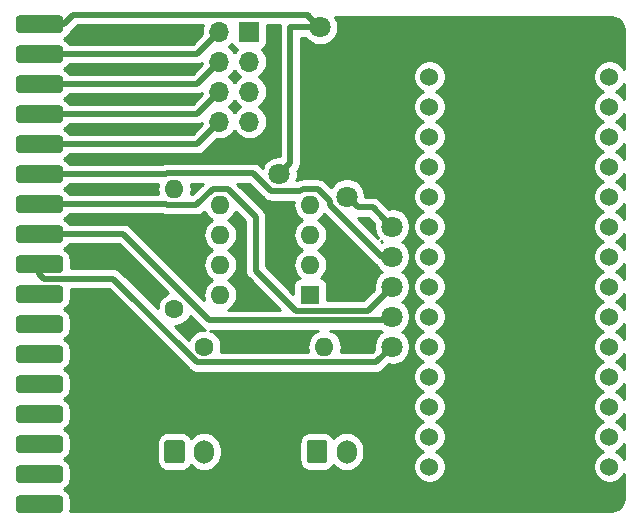
<source format=gbr>
G04 #@! TF.GenerationSoftware,KiCad,Pcbnew,(5.1.2)-2*
G04 #@! TF.CreationDate,2021-07-08T12:20:00+09:00*
G04 #@! TF.ProjectId,RIOboard,52494f62-6f61-4726-942e-6b696361645f,rev?*
G04 #@! TF.SameCoordinates,Original*
G04 #@! TF.FileFunction,Copper,L1,Top*
G04 #@! TF.FilePolarity,Positive*
%FSLAX46Y46*%
G04 Gerber Fmt 4.6, Leading zero omitted, Abs format (unit mm)*
G04 Created by KiCad (PCBNEW (5.1.2)-2) date 2021-07-08 12:20:00*
%MOMM*%
%LPD*%
G04 APERTURE LIST*
%ADD10R,1.600000X1.600000*%
%ADD11O,1.600000X1.600000*%
%ADD12C,1.524000*%
%ADD13C,1.600000*%
%ADD14C,0.100000*%
%ADD15C,1.700000*%
%ADD16O,1.700000X2.000000*%
%ADD17R,1.700000X1.700000*%
%ADD18O,1.700000X1.700000*%
%ADD19C,1.500000*%
%ADD20C,1.800000*%
%ADD21C,0.500000*%
%ADD22C,0.254000*%
G04 APERTURE END LIST*
D10*
X55945000Y-156910000D03*
D11*
X48325000Y-149290000D03*
X55945000Y-154370000D03*
X48325000Y-151830000D03*
X55945000Y-151830000D03*
X48325000Y-154370000D03*
X55945000Y-149290000D03*
X48325000Y-156910000D03*
D12*
X66040000Y-138430000D03*
X66040000Y-140970000D03*
X66040000Y-143510000D03*
X66040000Y-146050000D03*
X66040000Y-148590000D03*
X66040000Y-151130000D03*
X66040000Y-153670000D03*
X66040000Y-156210000D03*
X66040000Y-158750000D03*
X66040000Y-161290000D03*
X66040000Y-163830000D03*
X66040000Y-166370000D03*
X66040000Y-168910000D03*
X66040000Y-171450000D03*
X81280000Y-171450000D03*
X81280000Y-168910000D03*
X81280000Y-166370000D03*
X81280000Y-163830000D03*
X81280000Y-161290000D03*
X81280000Y-158750000D03*
X81280000Y-156210000D03*
X81280000Y-153670000D03*
X81280000Y-151130000D03*
X81280000Y-148590000D03*
X81280000Y-146050000D03*
X81280000Y-143510000D03*
X81280000Y-140970000D03*
X81280000Y-138430000D03*
D13*
X44450000Y-158115000D03*
D11*
X44450000Y-147955000D03*
D13*
X46990000Y-161290000D03*
D11*
X57150000Y-161290000D03*
D14*
G36*
X45074504Y-169181204D02*
G01*
X45098773Y-169184804D01*
X45122571Y-169190765D01*
X45145671Y-169199030D01*
X45167849Y-169209520D01*
X45188893Y-169222133D01*
X45208598Y-169236747D01*
X45226777Y-169253223D01*
X45243253Y-169271402D01*
X45257867Y-169291107D01*
X45270480Y-169312151D01*
X45280970Y-169334329D01*
X45289235Y-169357429D01*
X45295196Y-169381227D01*
X45298796Y-169405496D01*
X45300000Y-169430000D01*
X45300000Y-170930000D01*
X45298796Y-170954504D01*
X45295196Y-170978773D01*
X45289235Y-171002571D01*
X45280970Y-171025671D01*
X45270480Y-171047849D01*
X45257867Y-171068893D01*
X45243253Y-171088598D01*
X45226777Y-171106777D01*
X45208598Y-171123253D01*
X45188893Y-171137867D01*
X45167849Y-171150480D01*
X45145671Y-171160970D01*
X45122571Y-171169235D01*
X45098773Y-171175196D01*
X45074504Y-171178796D01*
X45050000Y-171180000D01*
X43850000Y-171180000D01*
X43825496Y-171178796D01*
X43801227Y-171175196D01*
X43777429Y-171169235D01*
X43754329Y-171160970D01*
X43732151Y-171150480D01*
X43711107Y-171137867D01*
X43691402Y-171123253D01*
X43673223Y-171106777D01*
X43656747Y-171088598D01*
X43642133Y-171068893D01*
X43629520Y-171047849D01*
X43619030Y-171025671D01*
X43610765Y-171002571D01*
X43604804Y-170978773D01*
X43601204Y-170954504D01*
X43600000Y-170930000D01*
X43600000Y-169430000D01*
X43601204Y-169405496D01*
X43604804Y-169381227D01*
X43610765Y-169357429D01*
X43619030Y-169334329D01*
X43629520Y-169312151D01*
X43642133Y-169291107D01*
X43656747Y-169271402D01*
X43673223Y-169253223D01*
X43691402Y-169236747D01*
X43711107Y-169222133D01*
X43732151Y-169209520D01*
X43754329Y-169199030D01*
X43777429Y-169190765D01*
X43801227Y-169184804D01*
X43825496Y-169181204D01*
X43850000Y-169180000D01*
X45050000Y-169180000D01*
X45074504Y-169181204D01*
X45074504Y-169181204D01*
G37*
D15*
X44450000Y-170180000D03*
D16*
X46950000Y-170180000D03*
D14*
G36*
X57139504Y-169181204D02*
G01*
X57163773Y-169184804D01*
X57187571Y-169190765D01*
X57210671Y-169199030D01*
X57232849Y-169209520D01*
X57253893Y-169222133D01*
X57273598Y-169236747D01*
X57291777Y-169253223D01*
X57308253Y-169271402D01*
X57322867Y-169291107D01*
X57335480Y-169312151D01*
X57345970Y-169334329D01*
X57354235Y-169357429D01*
X57360196Y-169381227D01*
X57363796Y-169405496D01*
X57365000Y-169430000D01*
X57365000Y-170930000D01*
X57363796Y-170954504D01*
X57360196Y-170978773D01*
X57354235Y-171002571D01*
X57345970Y-171025671D01*
X57335480Y-171047849D01*
X57322867Y-171068893D01*
X57308253Y-171088598D01*
X57291777Y-171106777D01*
X57273598Y-171123253D01*
X57253893Y-171137867D01*
X57232849Y-171150480D01*
X57210671Y-171160970D01*
X57187571Y-171169235D01*
X57163773Y-171175196D01*
X57139504Y-171178796D01*
X57115000Y-171180000D01*
X55915000Y-171180000D01*
X55890496Y-171178796D01*
X55866227Y-171175196D01*
X55842429Y-171169235D01*
X55819329Y-171160970D01*
X55797151Y-171150480D01*
X55776107Y-171137867D01*
X55756402Y-171123253D01*
X55738223Y-171106777D01*
X55721747Y-171088598D01*
X55707133Y-171068893D01*
X55694520Y-171047849D01*
X55684030Y-171025671D01*
X55675765Y-171002571D01*
X55669804Y-170978773D01*
X55666204Y-170954504D01*
X55665000Y-170930000D01*
X55665000Y-169430000D01*
X55666204Y-169405496D01*
X55669804Y-169381227D01*
X55675765Y-169357429D01*
X55684030Y-169334329D01*
X55694520Y-169312151D01*
X55707133Y-169291107D01*
X55721747Y-169271402D01*
X55738223Y-169253223D01*
X55756402Y-169236747D01*
X55776107Y-169222133D01*
X55797151Y-169209520D01*
X55819329Y-169199030D01*
X55842429Y-169190765D01*
X55866227Y-169184804D01*
X55890496Y-169181204D01*
X55915000Y-169180000D01*
X57115000Y-169180000D01*
X57139504Y-169181204D01*
X57139504Y-169181204D01*
G37*
D15*
X56515000Y-170180000D03*
D16*
X59015000Y-170180000D03*
D17*
X50800000Y-134620000D03*
D18*
X48260000Y-134620000D03*
X50800000Y-137160000D03*
X48260000Y-137160000D03*
X50800000Y-139700000D03*
X48260000Y-139700000D03*
X50800000Y-142240000D03*
X48260000Y-142240000D03*
D14*
G36*
X34681756Y-133236806D02*
G01*
X34718159Y-133242206D01*
X34753857Y-133251147D01*
X34788506Y-133263545D01*
X34821774Y-133279280D01*
X34853339Y-133298199D01*
X34882897Y-133320121D01*
X34910165Y-133344835D01*
X34934879Y-133372103D01*
X34956801Y-133401661D01*
X34975720Y-133433226D01*
X34991455Y-133466494D01*
X35003853Y-133501143D01*
X35012794Y-133536841D01*
X35018194Y-133573244D01*
X35020000Y-133610000D01*
X35020000Y-134360000D01*
X35018194Y-134396756D01*
X35012794Y-134433159D01*
X35003853Y-134468857D01*
X34991455Y-134503506D01*
X34975720Y-134536774D01*
X34956801Y-134568339D01*
X34934879Y-134597897D01*
X34910165Y-134625165D01*
X34882897Y-134649879D01*
X34853339Y-134671801D01*
X34821774Y-134690720D01*
X34788506Y-134706455D01*
X34753857Y-134718853D01*
X34718159Y-134727794D01*
X34681756Y-134733194D01*
X34645000Y-134735000D01*
X31395000Y-134735000D01*
X31358244Y-134733194D01*
X31321841Y-134727794D01*
X31286143Y-134718853D01*
X31251494Y-134706455D01*
X31218226Y-134690720D01*
X31186661Y-134671801D01*
X31157103Y-134649879D01*
X31129835Y-134625165D01*
X31105121Y-134597897D01*
X31083199Y-134568339D01*
X31064280Y-134536774D01*
X31048545Y-134503506D01*
X31036147Y-134468857D01*
X31027206Y-134433159D01*
X31021806Y-134396756D01*
X31020000Y-134360000D01*
X31020000Y-133610000D01*
X31021806Y-133573244D01*
X31027206Y-133536841D01*
X31036147Y-133501143D01*
X31048545Y-133466494D01*
X31064280Y-133433226D01*
X31083199Y-133401661D01*
X31105121Y-133372103D01*
X31129835Y-133344835D01*
X31157103Y-133320121D01*
X31186661Y-133298199D01*
X31218226Y-133279280D01*
X31251494Y-133263545D01*
X31286143Y-133251147D01*
X31321841Y-133242206D01*
X31358244Y-133236806D01*
X31395000Y-133235000D01*
X34645000Y-133235000D01*
X34681756Y-133236806D01*
X34681756Y-133236806D01*
G37*
D19*
X33020000Y-133985000D03*
D14*
G36*
X34681756Y-135776806D02*
G01*
X34718159Y-135782206D01*
X34753857Y-135791147D01*
X34788506Y-135803545D01*
X34821774Y-135819280D01*
X34853339Y-135838199D01*
X34882897Y-135860121D01*
X34910165Y-135884835D01*
X34934879Y-135912103D01*
X34956801Y-135941661D01*
X34975720Y-135973226D01*
X34991455Y-136006494D01*
X35003853Y-136041143D01*
X35012794Y-136076841D01*
X35018194Y-136113244D01*
X35020000Y-136150000D01*
X35020000Y-136900000D01*
X35018194Y-136936756D01*
X35012794Y-136973159D01*
X35003853Y-137008857D01*
X34991455Y-137043506D01*
X34975720Y-137076774D01*
X34956801Y-137108339D01*
X34934879Y-137137897D01*
X34910165Y-137165165D01*
X34882897Y-137189879D01*
X34853339Y-137211801D01*
X34821774Y-137230720D01*
X34788506Y-137246455D01*
X34753857Y-137258853D01*
X34718159Y-137267794D01*
X34681756Y-137273194D01*
X34645000Y-137275000D01*
X31395000Y-137275000D01*
X31358244Y-137273194D01*
X31321841Y-137267794D01*
X31286143Y-137258853D01*
X31251494Y-137246455D01*
X31218226Y-137230720D01*
X31186661Y-137211801D01*
X31157103Y-137189879D01*
X31129835Y-137165165D01*
X31105121Y-137137897D01*
X31083199Y-137108339D01*
X31064280Y-137076774D01*
X31048545Y-137043506D01*
X31036147Y-137008857D01*
X31027206Y-136973159D01*
X31021806Y-136936756D01*
X31020000Y-136900000D01*
X31020000Y-136150000D01*
X31021806Y-136113244D01*
X31027206Y-136076841D01*
X31036147Y-136041143D01*
X31048545Y-136006494D01*
X31064280Y-135973226D01*
X31083199Y-135941661D01*
X31105121Y-135912103D01*
X31129835Y-135884835D01*
X31157103Y-135860121D01*
X31186661Y-135838199D01*
X31218226Y-135819280D01*
X31251494Y-135803545D01*
X31286143Y-135791147D01*
X31321841Y-135782206D01*
X31358244Y-135776806D01*
X31395000Y-135775000D01*
X34645000Y-135775000D01*
X34681756Y-135776806D01*
X34681756Y-135776806D01*
G37*
D19*
X33020000Y-136525000D03*
D14*
G36*
X34681756Y-138316806D02*
G01*
X34718159Y-138322206D01*
X34753857Y-138331147D01*
X34788506Y-138343545D01*
X34821774Y-138359280D01*
X34853339Y-138378199D01*
X34882897Y-138400121D01*
X34910165Y-138424835D01*
X34934879Y-138452103D01*
X34956801Y-138481661D01*
X34975720Y-138513226D01*
X34991455Y-138546494D01*
X35003853Y-138581143D01*
X35012794Y-138616841D01*
X35018194Y-138653244D01*
X35020000Y-138690000D01*
X35020000Y-139440000D01*
X35018194Y-139476756D01*
X35012794Y-139513159D01*
X35003853Y-139548857D01*
X34991455Y-139583506D01*
X34975720Y-139616774D01*
X34956801Y-139648339D01*
X34934879Y-139677897D01*
X34910165Y-139705165D01*
X34882897Y-139729879D01*
X34853339Y-139751801D01*
X34821774Y-139770720D01*
X34788506Y-139786455D01*
X34753857Y-139798853D01*
X34718159Y-139807794D01*
X34681756Y-139813194D01*
X34645000Y-139815000D01*
X31395000Y-139815000D01*
X31358244Y-139813194D01*
X31321841Y-139807794D01*
X31286143Y-139798853D01*
X31251494Y-139786455D01*
X31218226Y-139770720D01*
X31186661Y-139751801D01*
X31157103Y-139729879D01*
X31129835Y-139705165D01*
X31105121Y-139677897D01*
X31083199Y-139648339D01*
X31064280Y-139616774D01*
X31048545Y-139583506D01*
X31036147Y-139548857D01*
X31027206Y-139513159D01*
X31021806Y-139476756D01*
X31020000Y-139440000D01*
X31020000Y-138690000D01*
X31021806Y-138653244D01*
X31027206Y-138616841D01*
X31036147Y-138581143D01*
X31048545Y-138546494D01*
X31064280Y-138513226D01*
X31083199Y-138481661D01*
X31105121Y-138452103D01*
X31129835Y-138424835D01*
X31157103Y-138400121D01*
X31186661Y-138378199D01*
X31218226Y-138359280D01*
X31251494Y-138343545D01*
X31286143Y-138331147D01*
X31321841Y-138322206D01*
X31358244Y-138316806D01*
X31395000Y-138315000D01*
X34645000Y-138315000D01*
X34681756Y-138316806D01*
X34681756Y-138316806D01*
G37*
D19*
X33020000Y-139065000D03*
D14*
G36*
X34681756Y-140856806D02*
G01*
X34718159Y-140862206D01*
X34753857Y-140871147D01*
X34788506Y-140883545D01*
X34821774Y-140899280D01*
X34853339Y-140918199D01*
X34882897Y-140940121D01*
X34910165Y-140964835D01*
X34934879Y-140992103D01*
X34956801Y-141021661D01*
X34975720Y-141053226D01*
X34991455Y-141086494D01*
X35003853Y-141121143D01*
X35012794Y-141156841D01*
X35018194Y-141193244D01*
X35020000Y-141230000D01*
X35020000Y-141980000D01*
X35018194Y-142016756D01*
X35012794Y-142053159D01*
X35003853Y-142088857D01*
X34991455Y-142123506D01*
X34975720Y-142156774D01*
X34956801Y-142188339D01*
X34934879Y-142217897D01*
X34910165Y-142245165D01*
X34882897Y-142269879D01*
X34853339Y-142291801D01*
X34821774Y-142310720D01*
X34788506Y-142326455D01*
X34753857Y-142338853D01*
X34718159Y-142347794D01*
X34681756Y-142353194D01*
X34645000Y-142355000D01*
X31395000Y-142355000D01*
X31358244Y-142353194D01*
X31321841Y-142347794D01*
X31286143Y-142338853D01*
X31251494Y-142326455D01*
X31218226Y-142310720D01*
X31186661Y-142291801D01*
X31157103Y-142269879D01*
X31129835Y-142245165D01*
X31105121Y-142217897D01*
X31083199Y-142188339D01*
X31064280Y-142156774D01*
X31048545Y-142123506D01*
X31036147Y-142088857D01*
X31027206Y-142053159D01*
X31021806Y-142016756D01*
X31020000Y-141980000D01*
X31020000Y-141230000D01*
X31021806Y-141193244D01*
X31027206Y-141156841D01*
X31036147Y-141121143D01*
X31048545Y-141086494D01*
X31064280Y-141053226D01*
X31083199Y-141021661D01*
X31105121Y-140992103D01*
X31129835Y-140964835D01*
X31157103Y-140940121D01*
X31186661Y-140918199D01*
X31218226Y-140899280D01*
X31251494Y-140883545D01*
X31286143Y-140871147D01*
X31321841Y-140862206D01*
X31358244Y-140856806D01*
X31395000Y-140855000D01*
X34645000Y-140855000D01*
X34681756Y-140856806D01*
X34681756Y-140856806D01*
G37*
D19*
X33020000Y-141605000D03*
D14*
G36*
X34681756Y-143396806D02*
G01*
X34718159Y-143402206D01*
X34753857Y-143411147D01*
X34788506Y-143423545D01*
X34821774Y-143439280D01*
X34853339Y-143458199D01*
X34882897Y-143480121D01*
X34910165Y-143504835D01*
X34934879Y-143532103D01*
X34956801Y-143561661D01*
X34975720Y-143593226D01*
X34991455Y-143626494D01*
X35003853Y-143661143D01*
X35012794Y-143696841D01*
X35018194Y-143733244D01*
X35020000Y-143770000D01*
X35020000Y-144520000D01*
X35018194Y-144556756D01*
X35012794Y-144593159D01*
X35003853Y-144628857D01*
X34991455Y-144663506D01*
X34975720Y-144696774D01*
X34956801Y-144728339D01*
X34934879Y-144757897D01*
X34910165Y-144785165D01*
X34882897Y-144809879D01*
X34853339Y-144831801D01*
X34821774Y-144850720D01*
X34788506Y-144866455D01*
X34753857Y-144878853D01*
X34718159Y-144887794D01*
X34681756Y-144893194D01*
X34645000Y-144895000D01*
X31395000Y-144895000D01*
X31358244Y-144893194D01*
X31321841Y-144887794D01*
X31286143Y-144878853D01*
X31251494Y-144866455D01*
X31218226Y-144850720D01*
X31186661Y-144831801D01*
X31157103Y-144809879D01*
X31129835Y-144785165D01*
X31105121Y-144757897D01*
X31083199Y-144728339D01*
X31064280Y-144696774D01*
X31048545Y-144663506D01*
X31036147Y-144628857D01*
X31027206Y-144593159D01*
X31021806Y-144556756D01*
X31020000Y-144520000D01*
X31020000Y-143770000D01*
X31021806Y-143733244D01*
X31027206Y-143696841D01*
X31036147Y-143661143D01*
X31048545Y-143626494D01*
X31064280Y-143593226D01*
X31083199Y-143561661D01*
X31105121Y-143532103D01*
X31129835Y-143504835D01*
X31157103Y-143480121D01*
X31186661Y-143458199D01*
X31218226Y-143439280D01*
X31251494Y-143423545D01*
X31286143Y-143411147D01*
X31321841Y-143402206D01*
X31358244Y-143396806D01*
X31395000Y-143395000D01*
X34645000Y-143395000D01*
X34681756Y-143396806D01*
X34681756Y-143396806D01*
G37*
D19*
X33020000Y-144145000D03*
D14*
G36*
X34681756Y-145936806D02*
G01*
X34718159Y-145942206D01*
X34753857Y-145951147D01*
X34788506Y-145963545D01*
X34821774Y-145979280D01*
X34853339Y-145998199D01*
X34882897Y-146020121D01*
X34910165Y-146044835D01*
X34934879Y-146072103D01*
X34956801Y-146101661D01*
X34975720Y-146133226D01*
X34991455Y-146166494D01*
X35003853Y-146201143D01*
X35012794Y-146236841D01*
X35018194Y-146273244D01*
X35020000Y-146310000D01*
X35020000Y-147060000D01*
X35018194Y-147096756D01*
X35012794Y-147133159D01*
X35003853Y-147168857D01*
X34991455Y-147203506D01*
X34975720Y-147236774D01*
X34956801Y-147268339D01*
X34934879Y-147297897D01*
X34910165Y-147325165D01*
X34882897Y-147349879D01*
X34853339Y-147371801D01*
X34821774Y-147390720D01*
X34788506Y-147406455D01*
X34753857Y-147418853D01*
X34718159Y-147427794D01*
X34681756Y-147433194D01*
X34645000Y-147435000D01*
X31395000Y-147435000D01*
X31358244Y-147433194D01*
X31321841Y-147427794D01*
X31286143Y-147418853D01*
X31251494Y-147406455D01*
X31218226Y-147390720D01*
X31186661Y-147371801D01*
X31157103Y-147349879D01*
X31129835Y-147325165D01*
X31105121Y-147297897D01*
X31083199Y-147268339D01*
X31064280Y-147236774D01*
X31048545Y-147203506D01*
X31036147Y-147168857D01*
X31027206Y-147133159D01*
X31021806Y-147096756D01*
X31020000Y-147060000D01*
X31020000Y-146310000D01*
X31021806Y-146273244D01*
X31027206Y-146236841D01*
X31036147Y-146201143D01*
X31048545Y-146166494D01*
X31064280Y-146133226D01*
X31083199Y-146101661D01*
X31105121Y-146072103D01*
X31129835Y-146044835D01*
X31157103Y-146020121D01*
X31186661Y-145998199D01*
X31218226Y-145979280D01*
X31251494Y-145963545D01*
X31286143Y-145951147D01*
X31321841Y-145942206D01*
X31358244Y-145936806D01*
X31395000Y-145935000D01*
X34645000Y-145935000D01*
X34681756Y-145936806D01*
X34681756Y-145936806D01*
G37*
D19*
X33020000Y-146685000D03*
D14*
G36*
X34681756Y-148476806D02*
G01*
X34718159Y-148482206D01*
X34753857Y-148491147D01*
X34788506Y-148503545D01*
X34821774Y-148519280D01*
X34853339Y-148538199D01*
X34882897Y-148560121D01*
X34910165Y-148584835D01*
X34934879Y-148612103D01*
X34956801Y-148641661D01*
X34975720Y-148673226D01*
X34991455Y-148706494D01*
X35003853Y-148741143D01*
X35012794Y-148776841D01*
X35018194Y-148813244D01*
X35020000Y-148850000D01*
X35020000Y-149600000D01*
X35018194Y-149636756D01*
X35012794Y-149673159D01*
X35003853Y-149708857D01*
X34991455Y-149743506D01*
X34975720Y-149776774D01*
X34956801Y-149808339D01*
X34934879Y-149837897D01*
X34910165Y-149865165D01*
X34882897Y-149889879D01*
X34853339Y-149911801D01*
X34821774Y-149930720D01*
X34788506Y-149946455D01*
X34753857Y-149958853D01*
X34718159Y-149967794D01*
X34681756Y-149973194D01*
X34645000Y-149975000D01*
X31395000Y-149975000D01*
X31358244Y-149973194D01*
X31321841Y-149967794D01*
X31286143Y-149958853D01*
X31251494Y-149946455D01*
X31218226Y-149930720D01*
X31186661Y-149911801D01*
X31157103Y-149889879D01*
X31129835Y-149865165D01*
X31105121Y-149837897D01*
X31083199Y-149808339D01*
X31064280Y-149776774D01*
X31048545Y-149743506D01*
X31036147Y-149708857D01*
X31027206Y-149673159D01*
X31021806Y-149636756D01*
X31020000Y-149600000D01*
X31020000Y-148850000D01*
X31021806Y-148813244D01*
X31027206Y-148776841D01*
X31036147Y-148741143D01*
X31048545Y-148706494D01*
X31064280Y-148673226D01*
X31083199Y-148641661D01*
X31105121Y-148612103D01*
X31129835Y-148584835D01*
X31157103Y-148560121D01*
X31186661Y-148538199D01*
X31218226Y-148519280D01*
X31251494Y-148503545D01*
X31286143Y-148491147D01*
X31321841Y-148482206D01*
X31358244Y-148476806D01*
X31395000Y-148475000D01*
X34645000Y-148475000D01*
X34681756Y-148476806D01*
X34681756Y-148476806D01*
G37*
D19*
X33020000Y-149225000D03*
D14*
G36*
X34681756Y-151016806D02*
G01*
X34718159Y-151022206D01*
X34753857Y-151031147D01*
X34788506Y-151043545D01*
X34821774Y-151059280D01*
X34853339Y-151078199D01*
X34882897Y-151100121D01*
X34910165Y-151124835D01*
X34934879Y-151152103D01*
X34956801Y-151181661D01*
X34975720Y-151213226D01*
X34991455Y-151246494D01*
X35003853Y-151281143D01*
X35012794Y-151316841D01*
X35018194Y-151353244D01*
X35020000Y-151390000D01*
X35020000Y-152140000D01*
X35018194Y-152176756D01*
X35012794Y-152213159D01*
X35003853Y-152248857D01*
X34991455Y-152283506D01*
X34975720Y-152316774D01*
X34956801Y-152348339D01*
X34934879Y-152377897D01*
X34910165Y-152405165D01*
X34882897Y-152429879D01*
X34853339Y-152451801D01*
X34821774Y-152470720D01*
X34788506Y-152486455D01*
X34753857Y-152498853D01*
X34718159Y-152507794D01*
X34681756Y-152513194D01*
X34645000Y-152515000D01*
X31395000Y-152515000D01*
X31358244Y-152513194D01*
X31321841Y-152507794D01*
X31286143Y-152498853D01*
X31251494Y-152486455D01*
X31218226Y-152470720D01*
X31186661Y-152451801D01*
X31157103Y-152429879D01*
X31129835Y-152405165D01*
X31105121Y-152377897D01*
X31083199Y-152348339D01*
X31064280Y-152316774D01*
X31048545Y-152283506D01*
X31036147Y-152248857D01*
X31027206Y-152213159D01*
X31021806Y-152176756D01*
X31020000Y-152140000D01*
X31020000Y-151390000D01*
X31021806Y-151353244D01*
X31027206Y-151316841D01*
X31036147Y-151281143D01*
X31048545Y-151246494D01*
X31064280Y-151213226D01*
X31083199Y-151181661D01*
X31105121Y-151152103D01*
X31129835Y-151124835D01*
X31157103Y-151100121D01*
X31186661Y-151078199D01*
X31218226Y-151059280D01*
X31251494Y-151043545D01*
X31286143Y-151031147D01*
X31321841Y-151022206D01*
X31358244Y-151016806D01*
X31395000Y-151015000D01*
X34645000Y-151015000D01*
X34681756Y-151016806D01*
X34681756Y-151016806D01*
G37*
D19*
X33020000Y-151765000D03*
D14*
G36*
X34681756Y-153556806D02*
G01*
X34718159Y-153562206D01*
X34753857Y-153571147D01*
X34788506Y-153583545D01*
X34821774Y-153599280D01*
X34853339Y-153618199D01*
X34882897Y-153640121D01*
X34910165Y-153664835D01*
X34934879Y-153692103D01*
X34956801Y-153721661D01*
X34975720Y-153753226D01*
X34991455Y-153786494D01*
X35003853Y-153821143D01*
X35012794Y-153856841D01*
X35018194Y-153893244D01*
X35020000Y-153930000D01*
X35020000Y-154680000D01*
X35018194Y-154716756D01*
X35012794Y-154753159D01*
X35003853Y-154788857D01*
X34991455Y-154823506D01*
X34975720Y-154856774D01*
X34956801Y-154888339D01*
X34934879Y-154917897D01*
X34910165Y-154945165D01*
X34882897Y-154969879D01*
X34853339Y-154991801D01*
X34821774Y-155010720D01*
X34788506Y-155026455D01*
X34753857Y-155038853D01*
X34718159Y-155047794D01*
X34681756Y-155053194D01*
X34645000Y-155055000D01*
X31395000Y-155055000D01*
X31358244Y-155053194D01*
X31321841Y-155047794D01*
X31286143Y-155038853D01*
X31251494Y-155026455D01*
X31218226Y-155010720D01*
X31186661Y-154991801D01*
X31157103Y-154969879D01*
X31129835Y-154945165D01*
X31105121Y-154917897D01*
X31083199Y-154888339D01*
X31064280Y-154856774D01*
X31048545Y-154823506D01*
X31036147Y-154788857D01*
X31027206Y-154753159D01*
X31021806Y-154716756D01*
X31020000Y-154680000D01*
X31020000Y-153930000D01*
X31021806Y-153893244D01*
X31027206Y-153856841D01*
X31036147Y-153821143D01*
X31048545Y-153786494D01*
X31064280Y-153753226D01*
X31083199Y-153721661D01*
X31105121Y-153692103D01*
X31129835Y-153664835D01*
X31157103Y-153640121D01*
X31186661Y-153618199D01*
X31218226Y-153599280D01*
X31251494Y-153583545D01*
X31286143Y-153571147D01*
X31321841Y-153562206D01*
X31358244Y-153556806D01*
X31395000Y-153555000D01*
X34645000Y-153555000D01*
X34681756Y-153556806D01*
X34681756Y-153556806D01*
G37*
D19*
X33020000Y-154305000D03*
D14*
G36*
X34681756Y-156096806D02*
G01*
X34718159Y-156102206D01*
X34753857Y-156111147D01*
X34788506Y-156123545D01*
X34821774Y-156139280D01*
X34853339Y-156158199D01*
X34882897Y-156180121D01*
X34910165Y-156204835D01*
X34934879Y-156232103D01*
X34956801Y-156261661D01*
X34975720Y-156293226D01*
X34991455Y-156326494D01*
X35003853Y-156361143D01*
X35012794Y-156396841D01*
X35018194Y-156433244D01*
X35020000Y-156470000D01*
X35020000Y-157220000D01*
X35018194Y-157256756D01*
X35012794Y-157293159D01*
X35003853Y-157328857D01*
X34991455Y-157363506D01*
X34975720Y-157396774D01*
X34956801Y-157428339D01*
X34934879Y-157457897D01*
X34910165Y-157485165D01*
X34882897Y-157509879D01*
X34853339Y-157531801D01*
X34821774Y-157550720D01*
X34788506Y-157566455D01*
X34753857Y-157578853D01*
X34718159Y-157587794D01*
X34681756Y-157593194D01*
X34645000Y-157595000D01*
X31395000Y-157595000D01*
X31358244Y-157593194D01*
X31321841Y-157587794D01*
X31286143Y-157578853D01*
X31251494Y-157566455D01*
X31218226Y-157550720D01*
X31186661Y-157531801D01*
X31157103Y-157509879D01*
X31129835Y-157485165D01*
X31105121Y-157457897D01*
X31083199Y-157428339D01*
X31064280Y-157396774D01*
X31048545Y-157363506D01*
X31036147Y-157328857D01*
X31027206Y-157293159D01*
X31021806Y-157256756D01*
X31020000Y-157220000D01*
X31020000Y-156470000D01*
X31021806Y-156433244D01*
X31027206Y-156396841D01*
X31036147Y-156361143D01*
X31048545Y-156326494D01*
X31064280Y-156293226D01*
X31083199Y-156261661D01*
X31105121Y-156232103D01*
X31129835Y-156204835D01*
X31157103Y-156180121D01*
X31186661Y-156158199D01*
X31218226Y-156139280D01*
X31251494Y-156123545D01*
X31286143Y-156111147D01*
X31321841Y-156102206D01*
X31358244Y-156096806D01*
X31395000Y-156095000D01*
X34645000Y-156095000D01*
X34681756Y-156096806D01*
X34681756Y-156096806D01*
G37*
D19*
X33020000Y-156845000D03*
D14*
G36*
X34681756Y-158636806D02*
G01*
X34718159Y-158642206D01*
X34753857Y-158651147D01*
X34788506Y-158663545D01*
X34821774Y-158679280D01*
X34853339Y-158698199D01*
X34882897Y-158720121D01*
X34910165Y-158744835D01*
X34934879Y-158772103D01*
X34956801Y-158801661D01*
X34975720Y-158833226D01*
X34991455Y-158866494D01*
X35003853Y-158901143D01*
X35012794Y-158936841D01*
X35018194Y-158973244D01*
X35020000Y-159010000D01*
X35020000Y-159760000D01*
X35018194Y-159796756D01*
X35012794Y-159833159D01*
X35003853Y-159868857D01*
X34991455Y-159903506D01*
X34975720Y-159936774D01*
X34956801Y-159968339D01*
X34934879Y-159997897D01*
X34910165Y-160025165D01*
X34882897Y-160049879D01*
X34853339Y-160071801D01*
X34821774Y-160090720D01*
X34788506Y-160106455D01*
X34753857Y-160118853D01*
X34718159Y-160127794D01*
X34681756Y-160133194D01*
X34645000Y-160135000D01*
X31395000Y-160135000D01*
X31358244Y-160133194D01*
X31321841Y-160127794D01*
X31286143Y-160118853D01*
X31251494Y-160106455D01*
X31218226Y-160090720D01*
X31186661Y-160071801D01*
X31157103Y-160049879D01*
X31129835Y-160025165D01*
X31105121Y-159997897D01*
X31083199Y-159968339D01*
X31064280Y-159936774D01*
X31048545Y-159903506D01*
X31036147Y-159868857D01*
X31027206Y-159833159D01*
X31021806Y-159796756D01*
X31020000Y-159760000D01*
X31020000Y-159010000D01*
X31021806Y-158973244D01*
X31027206Y-158936841D01*
X31036147Y-158901143D01*
X31048545Y-158866494D01*
X31064280Y-158833226D01*
X31083199Y-158801661D01*
X31105121Y-158772103D01*
X31129835Y-158744835D01*
X31157103Y-158720121D01*
X31186661Y-158698199D01*
X31218226Y-158679280D01*
X31251494Y-158663545D01*
X31286143Y-158651147D01*
X31321841Y-158642206D01*
X31358244Y-158636806D01*
X31395000Y-158635000D01*
X34645000Y-158635000D01*
X34681756Y-158636806D01*
X34681756Y-158636806D01*
G37*
D19*
X33020000Y-159385000D03*
D14*
G36*
X34681756Y-161176806D02*
G01*
X34718159Y-161182206D01*
X34753857Y-161191147D01*
X34788506Y-161203545D01*
X34821774Y-161219280D01*
X34853339Y-161238199D01*
X34882897Y-161260121D01*
X34910165Y-161284835D01*
X34934879Y-161312103D01*
X34956801Y-161341661D01*
X34975720Y-161373226D01*
X34991455Y-161406494D01*
X35003853Y-161441143D01*
X35012794Y-161476841D01*
X35018194Y-161513244D01*
X35020000Y-161550000D01*
X35020000Y-162300000D01*
X35018194Y-162336756D01*
X35012794Y-162373159D01*
X35003853Y-162408857D01*
X34991455Y-162443506D01*
X34975720Y-162476774D01*
X34956801Y-162508339D01*
X34934879Y-162537897D01*
X34910165Y-162565165D01*
X34882897Y-162589879D01*
X34853339Y-162611801D01*
X34821774Y-162630720D01*
X34788506Y-162646455D01*
X34753857Y-162658853D01*
X34718159Y-162667794D01*
X34681756Y-162673194D01*
X34645000Y-162675000D01*
X31395000Y-162675000D01*
X31358244Y-162673194D01*
X31321841Y-162667794D01*
X31286143Y-162658853D01*
X31251494Y-162646455D01*
X31218226Y-162630720D01*
X31186661Y-162611801D01*
X31157103Y-162589879D01*
X31129835Y-162565165D01*
X31105121Y-162537897D01*
X31083199Y-162508339D01*
X31064280Y-162476774D01*
X31048545Y-162443506D01*
X31036147Y-162408857D01*
X31027206Y-162373159D01*
X31021806Y-162336756D01*
X31020000Y-162300000D01*
X31020000Y-161550000D01*
X31021806Y-161513244D01*
X31027206Y-161476841D01*
X31036147Y-161441143D01*
X31048545Y-161406494D01*
X31064280Y-161373226D01*
X31083199Y-161341661D01*
X31105121Y-161312103D01*
X31129835Y-161284835D01*
X31157103Y-161260121D01*
X31186661Y-161238199D01*
X31218226Y-161219280D01*
X31251494Y-161203545D01*
X31286143Y-161191147D01*
X31321841Y-161182206D01*
X31358244Y-161176806D01*
X31395000Y-161175000D01*
X34645000Y-161175000D01*
X34681756Y-161176806D01*
X34681756Y-161176806D01*
G37*
D19*
X33020000Y-161925000D03*
D14*
G36*
X34681756Y-163716806D02*
G01*
X34718159Y-163722206D01*
X34753857Y-163731147D01*
X34788506Y-163743545D01*
X34821774Y-163759280D01*
X34853339Y-163778199D01*
X34882897Y-163800121D01*
X34910165Y-163824835D01*
X34934879Y-163852103D01*
X34956801Y-163881661D01*
X34975720Y-163913226D01*
X34991455Y-163946494D01*
X35003853Y-163981143D01*
X35012794Y-164016841D01*
X35018194Y-164053244D01*
X35020000Y-164090000D01*
X35020000Y-164840000D01*
X35018194Y-164876756D01*
X35012794Y-164913159D01*
X35003853Y-164948857D01*
X34991455Y-164983506D01*
X34975720Y-165016774D01*
X34956801Y-165048339D01*
X34934879Y-165077897D01*
X34910165Y-165105165D01*
X34882897Y-165129879D01*
X34853339Y-165151801D01*
X34821774Y-165170720D01*
X34788506Y-165186455D01*
X34753857Y-165198853D01*
X34718159Y-165207794D01*
X34681756Y-165213194D01*
X34645000Y-165215000D01*
X31395000Y-165215000D01*
X31358244Y-165213194D01*
X31321841Y-165207794D01*
X31286143Y-165198853D01*
X31251494Y-165186455D01*
X31218226Y-165170720D01*
X31186661Y-165151801D01*
X31157103Y-165129879D01*
X31129835Y-165105165D01*
X31105121Y-165077897D01*
X31083199Y-165048339D01*
X31064280Y-165016774D01*
X31048545Y-164983506D01*
X31036147Y-164948857D01*
X31027206Y-164913159D01*
X31021806Y-164876756D01*
X31020000Y-164840000D01*
X31020000Y-164090000D01*
X31021806Y-164053244D01*
X31027206Y-164016841D01*
X31036147Y-163981143D01*
X31048545Y-163946494D01*
X31064280Y-163913226D01*
X31083199Y-163881661D01*
X31105121Y-163852103D01*
X31129835Y-163824835D01*
X31157103Y-163800121D01*
X31186661Y-163778199D01*
X31218226Y-163759280D01*
X31251494Y-163743545D01*
X31286143Y-163731147D01*
X31321841Y-163722206D01*
X31358244Y-163716806D01*
X31395000Y-163715000D01*
X34645000Y-163715000D01*
X34681756Y-163716806D01*
X34681756Y-163716806D01*
G37*
D19*
X33020000Y-164465000D03*
D14*
G36*
X34681756Y-166256806D02*
G01*
X34718159Y-166262206D01*
X34753857Y-166271147D01*
X34788506Y-166283545D01*
X34821774Y-166299280D01*
X34853339Y-166318199D01*
X34882897Y-166340121D01*
X34910165Y-166364835D01*
X34934879Y-166392103D01*
X34956801Y-166421661D01*
X34975720Y-166453226D01*
X34991455Y-166486494D01*
X35003853Y-166521143D01*
X35012794Y-166556841D01*
X35018194Y-166593244D01*
X35020000Y-166630000D01*
X35020000Y-167380000D01*
X35018194Y-167416756D01*
X35012794Y-167453159D01*
X35003853Y-167488857D01*
X34991455Y-167523506D01*
X34975720Y-167556774D01*
X34956801Y-167588339D01*
X34934879Y-167617897D01*
X34910165Y-167645165D01*
X34882897Y-167669879D01*
X34853339Y-167691801D01*
X34821774Y-167710720D01*
X34788506Y-167726455D01*
X34753857Y-167738853D01*
X34718159Y-167747794D01*
X34681756Y-167753194D01*
X34645000Y-167755000D01*
X31395000Y-167755000D01*
X31358244Y-167753194D01*
X31321841Y-167747794D01*
X31286143Y-167738853D01*
X31251494Y-167726455D01*
X31218226Y-167710720D01*
X31186661Y-167691801D01*
X31157103Y-167669879D01*
X31129835Y-167645165D01*
X31105121Y-167617897D01*
X31083199Y-167588339D01*
X31064280Y-167556774D01*
X31048545Y-167523506D01*
X31036147Y-167488857D01*
X31027206Y-167453159D01*
X31021806Y-167416756D01*
X31020000Y-167380000D01*
X31020000Y-166630000D01*
X31021806Y-166593244D01*
X31027206Y-166556841D01*
X31036147Y-166521143D01*
X31048545Y-166486494D01*
X31064280Y-166453226D01*
X31083199Y-166421661D01*
X31105121Y-166392103D01*
X31129835Y-166364835D01*
X31157103Y-166340121D01*
X31186661Y-166318199D01*
X31218226Y-166299280D01*
X31251494Y-166283545D01*
X31286143Y-166271147D01*
X31321841Y-166262206D01*
X31358244Y-166256806D01*
X31395000Y-166255000D01*
X34645000Y-166255000D01*
X34681756Y-166256806D01*
X34681756Y-166256806D01*
G37*
D19*
X33020000Y-167005000D03*
D14*
G36*
X34681756Y-168796806D02*
G01*
X34718159Y-168802206D01*
X34753857Y-168811147D01*
X34788506Y-168823545D01*
X34821774Y-168839280D01*
X34853339Y-168858199D01*
X34882897Y-168880121D01*
X34910165Y-168904835D01*
X34934879Y-168932103D01*
X34956801Y-168961661D01*
X34975720Y-168993226D01*
X34991455Y-169026494D01*
X35003853Y-169061143D01*
X35012794Y-169096841D01*
X35018194Y-169133244D01*
X35020000Y-169170000D01*
X35020000Y-169920000D01*
X35018194Y-169956756D01*
X35012794Y-169993159D01*
X35003853Y-170028857D01*
X34991455Y-170063506D01*
X34975720Y-170096774D01*
X34956801Y-170128339D01*
X34934879Y-170157897D01*
X34910165Y-170185165D01*
X34882897Y-170209879D01*
X34853339Y-170231801D01*
X34821774Y-170250720D01*
X34788506Y-170266455D01*
X34753857Y-170278853D01*
X34718159Y-170287794D01*
X34681756Y-170293194D01*
X34645000Y-170295000D01*
X31395000Y-170295000D01*
X31358244Y-170293194D01*
X31321841Y-170287794D01*
X31286143Y-170278853D01*
X31251494Y-170266455D01*
X31218226Y-170250720D01*
X31186661Y-170231801D01*
X31157103Y-170209879D01*
X31129835Y-170185165D01*
X31105121Y-170157897D01*
X31083199Y-170128339D01*
X31064280Y-170096774D01*
X31048545Y-170063506D01*
X31036147Y-170028857D01*
X31027206Y-169993159D01*
X31021806Y-169956756D01*
X31020000Y-169920000D01*
X31020000Y-169170000D01*
X31021806Y-169133244D01*
X31027206Y-169096841D01*
X31036147Y-169061143D01*
X31048545Y-169026494D01*
X31064280Y-168993226D01*
X31083199Y-168961661D01*
X31105121Y-168932103D01*
X31129835Y-168904835D01*
X31157103Y-168880121D01*
X31186661Y-168858199D01*
X31218226Y-168839280D01*
X31251494Y-168823545D01*
X31286143Y-168811147D01*
X31321841Y-168802206D01*
X31358244Y-168796806D01*
X31395000Y-168795000D01*
X34645000Y-168795000D01*
X34681756Y-168796806D01*
X34681756Y-168796806D01*
G37*
D19*
X33020000Y-169545000D03*
D14*
G36*
X34681756Y-171336806D02*
G01*
X34718159Y-171342206D01*
X34753857Y-171351147D01*
X34788506Y-171363545D01*
X34821774Y-171379280D01*
X34853339Y-171398199D01*
X34882897Y-171420121D01*
X34910165Y-171444835D01*
X34934879Y-171472103D01*
X34956801Y-171501661D01*
X34975720Y-171533226D01*
X34991455Y-171566494D01*
X35003853Y-171601143D01*
X35012794Y-171636841D01*
X35018194Y-171673244D01*
X35020000Y-171710000D01*
X35020000Y-172460000D01*
X35018194Y-172496756D01*
X35012794Y-172533159D01*
X35003853Y-172568857D01*
X34991455Y-172603506D01*
X34975720Y-172636774D01*
X34956801Y-172668339D01*
X34934879Y-172697897D01*
X34910165Y-172725165D01*
X34882897Y-172749879D01*
X34853339Y-172771801D01*
X34821774Y-172790720D01*
X34788506Y-172806455D01*
X34753857Y-172818853D01*
X34718159Y-172827794D01*
X34681756Y-172833194D01*
X34645000Y-172835000D01*
X31395000Y-172835000D01*
X31358244Y-172833194D01*
X31321841Y-172827794D01*
X31286143Y-172818853D01*
X31251494Y-172806455D01*
X31218226Y-172790720D01*
X31186661Y-172771801D01*
X31157103Y-172749879D01*
X31129835Y-172725165D01*
X31105121Y-172697897D01*
X31083199Y-172668339D01*
X31064280Y-172636774D01*
X31048545Y-172603506D01*
X31036147Y-172568857D01*
X31027206Y-172533159D01*
X31021806Y-172496756D01*
X31020000Y-172460000D01*
X31020000Y-171710000D01*
X31021806Y-171673244D01*
X31027206Y-171636841D01*
X31036147Y-171601143D01*
X31048545Y-171566494D01*
X31064280Y-171533226D01*
X31083199Y-171501661D01*
X31105121Y-171472103D01*
X31129835Y-171444835D01*
X31157103Y-171420121D01*
X31186661Y-171398199D01*
X31218226Y-171379280D01*
X31251494Y-171363545D01*
X31286143Y-171351147D01*
X31321841Y-171342206D01*
X31358244Y-171336806D01*
X31395000Y-171335000D01*
X34645000Y-171335000D01*
X34681756Y-171336806D01*
X34681756Y-171336806D01*
G37*
D19*
X33020000Y-172085000D03*
D14*
G36*
X34681756Y-173876806D02*
G01*
X34718159Y-173882206D01*
X34753857Y-173891147D01*
X34788506Y-173903545D01*
X34821774Y-173919280D01*
X34853339Y-173938199D01*
X34882897Y-173960121D01*
X34910165Y-173984835D01*
X34934879Y-174012103D01*
X34956801Y-174041661D01*
X34975720Y-174073226D01*
X34991455Y-174106494D01*
X35003853Y-174141143D01*
X35012794Y-174176841D01*
X35018194Y-174213244D01*
X35020000Y-174250000D01*
X35020000Y-175000000D01*
X35018194Y-175036756D01*
X35012794Y-175073159D01*
X35003853Y-175108857D01*
X34991455Y-175143506D01*
X34975720Y-175176774D01*
X34956801Y-175208339D01*
X34934879Y-175237897D01*
X34910165Y-175265165D01*
X34882897Y-175289879D01*
X34853339Y-175311801D01*
X34821774Y-175330720D01*
X34788506Y-175346455D01*
X34753857Y-175358853D01*
X34718159Y-175367794D01*
X34681756Y-175373194D01*
X34645000Y-175375000D01*
X31395000Y-175375000D01*
X31358244Y-175373194D01*
X31321841Y-175367794D01*
X31286143Y-175358853D01*
X31251494Y-175346455D01*
X31218226Y-175330720D01*
X31186661Y-175311801D01*
X31157103Y-175289879D01*
X31129835Y-175265165D01*
X31105121Y-175237897D01*
X31083199Y-175208339D01*
X31064280Y-175176774D01*
X31048545Y-175143506D01*
X31036147Y-175108857D01*
X31027206Y-175073159D01*
X31021806Y-175036756D01*
X31020000Y-175000000D01*
X31020000Y-174250000D01*
X31021806Y-174213244D01*
X31027206Y-174176841D01*
X31036147Y-174141143D01*
X31048545Y-174106494D01*
X31064280Y-174073226D01*
X31083199Y-174041661D01*
X31105121Y-174012103D01*
X31129835Y-173984835D01*
X31157103Y-173960121D01*
X31186661Y-173938199D01*
X31218226Y-173919280D01*
X31251494Y-173903545D01*
X31286143Y-173891147D01*
X31321841Y-173882206D01*
X31358244Y-173876806D01*
X31395000Y-173875000D01*
X34645000Y-173875000D01*
X34681756Y-173876806D01*
X34681756Y-173876806D01*
G37*
D19*
X33020000Y-174625000D03*
D20*
X53340000Y-146685000D03*
X56779999Y-134249999D03*
X62865000Y-161290000D03*
X62865000Y-158750000D03*
X62865000Y-156210000D03*
X62865000Y-153670000D03*
X59055000Y-148590000D03*
X62865000Y-151130000D03*
D21*
X54239999Y-145785001D02*
X54239999Y-134249999D01*
X53340000Y-146685000D02*
X54239999Y-145785001D01*
X54239999Y-134249999D02*
X56779999Y-134249999D01*
X56779999Y-134249999D02*
X56779999Y-134249999D01*
X55880000Y-133350000D02*
X56779999Y-134249999D01*
X55749999Y-133219999D02*
X55880000Y-133350000D01*
X35885001Y-133219999D02*
X55749999Y-133219999D01*
X35120000Y-133985000D02*
X35885001Y-133219999D01*
X33020000Y-133985000D02*
X35120000Y-133985000D01*
X46341999Y-162640001D02*
X61514999Y-162640001D01*
X39246988Y-155544990D02*
X46341999Y-162640001D01*
X33409990Y-155544990D02*
X39246988Y-155544990D01*
X33020000Y-154305000D02*
X33020000Y-155155000D01*
X33020000Y-155155000D02*
X33409990Y-155544990D01*
X61514999Y-162640001D02*
X62865000Y-161290000D01*
X62865000Y-161290000D02*
X62865000Y-161290000D01*
X47393013Y-159060011D02*
X62554989Y-159060011D01*
X33020000Y-151765000D02*
X40098002Y-151765000D01*
X40098002Y-151765000D02*
X47393013Y-159060011D01*
X62554989Y-159060011D02*
X62865000Y-158750000D01*
X62865000Y-158750000D02*
X62865000Y-158750000D01*
X62865000Y-156210000D02*
X62865000Y-156210000D01*
X60814999Y-158260001D02*
X62865000Y-156210000D01*
X54704999Y-158260001D02*
X60814999Y-158260001D01*
X51317613Y-154872615D02*
X54704999Y-158260001D01*
X51317613Y-150284611D02*
X51317613Y-154872615D01*
X48973001Y-147939999D02*
X51317613Y-150284611D01*
X47676999Y-147939999D02*
X48973001Y-147939999D01*
X46311997Y-149305001D02*
X47676999Y-147939999D01*
X43801999Y-149305001D02*
X46311997Y-149305001D01*
X43721998Y-149225000D02*
X43801999Y-149305001D01*
X33020000Y-149225000D02*
X43721998Y-149225000D01*
X56593001Y-147939999D02*
X57604999Y-148951997D01*
X55296999Y-147939999D02*
X56593001Y-147939999D01*
X57604999Y-148951997D02*
X57604999Y-149286001D01*
X43721998Y-146685000D02*
X43801999Y-146604999D01*
X33020000Y-146685000D02*
X43721998Y-146685000D01*
X43801999Y-146604999D02*
X51113997Y-146604999D01*
X51113997Y-146604999D02*
X52643999Y-148135001D01*
X52643999Y-148135001D02*
X55101997Y-148135001D01*
X57604999Y-149286001D02*
X61988998Y-153670000D01*
X55101997Y-148135001D02*
X55296999Y-147939999D01*
X61988998Y-153670000D02*
X62865000Y-153670000D01*
X62865000Y-153670000D02*
X62865000Y-153670000D01*
X46355000Y-144145000D02*
X48260000Y-142240000D01*
X33020000Y-144145000D02*
X46355000Y-144145000D01*
X46355000Y-141605000D02*
X48260000Y-139700000D01*
X33020000Y-141605000D02*
X46355000Y-141605000D01*
X46355000Y-139065000D02*
X48260000Y-137160000D01*
X33020000Y-139065000D02*
X46355000Y-139065000D01*
X46355000Y-136525000D02*
X48260000Y-134620000D01*
X33020000Y-136525000D02*
X46355000Y-136525000D01*
X59954999Y-149489999D02*
X61224999Y-149489999D01*
X59055000Y-148590000D02*
X59954999Y-149489999D01*
X61224999Y-149489999D02*
X62230000Y-150495000D01*
X62230000Y-150495000D02*
X62865000Y-151130000D01*
X62865000Y-151130000D02*
X62865000Y-151130000D01*
D22*
G36*
X81521204Y-133401815D02*
G01*
X81753226Y-133471867D01*
X81967222Y-133585650D01*
X82155041Y-133738832D01*
X82309530Y-133925577D01*
X82424801Y-134138769D01*
X82496472Y-134370300D01*
X82525000Y-134641725D01*
X82525000Y-137785161D01*
X82518005Y-137768273D01*
X82365120Y-137539465D01*
X82170535Y-137344880D01*
X81941727Y-137191995D01*
X81687490Y-137086686D01*
X81417592Y-137033000D01*
X81142408Y-137033000D01*
X80872510Y-137086686D01*
X80618273Y-137191995D01*
X80389465Y-137344880D01*
X80194880Y-137539465D01*
X80041995Y-137768273D01*
X79936686Y-138022510D01*
X79883000Y-138292408D01*
X79883000Y-138567592D01*
X79936686Y-138837490D01*
X80041995Y-139091727D01*
X80194880Y-139320535D01*
X80389465Y-139515120D01*
X80618273Y-139668005D01*
X80695515Y-139700000D01*
X80618273Y-139731995D01*
X80389465Y-139884880D01*
X80194880Y-140079465D01*
X80041995Y-140308273D01*
X79936686Y-140562510D01*
X79883000Y-140832408D01*
X79883000Y-141107592D01*
X79936686Y-141377490D01*
X80041995Y-141631727D01*
X80194880Y-141860535D01*
X80389465Y-142055120D01*
X80618273Y-142208005D01*
X80695515Y-142240000D01*
X80618273Y-142271995D01*
X80389465Y-142424880D01*
X80194880Y-142619465D01*
X80041995Y-142848273D01*
X79936686Y-143102510D01*
X79883000Y-143372408D01*
X79883000Y-143647592D01*
X79936686Y-143917490D01*
X80041995Y-144171727D01*
X80194880Y-144400535D01*
X80389465Y-144595120D01*
X80618273Y-144748005D01*
X80695515Y-144780000D01*
X80618273Y-144811995D01*
X80389465Y-144964880D01*
X80194880Y-145159465D01*
X80041995Y-145388273D01*
X79936686Y-145642510D01*
X79883000Y-145912408D01*
X79883000Y-146187592D01*
X79936686Y-146457490D01*
X80041995Y-146711727D01*
X80194880Y-146940535D01*
X80389465Y-147135120D01*
X80618273Y-147288005D01*
X80695515Y-147320000D01*
X80618273Y-147351995D01*
X80389465Y-147504880D01*
X80194880Y-147699465D01*
X80041995Y-147928273D01*
X79936686Y-148182510D01*
X79883000Y-148452408D01*
X79883000Y-148727592D01*
X79936686Y-148997490D01*
X80041995Y-149251727D01*
X80194880Y-149480535D01*
X80389465Y-149675120D01*
X80618273Y-149828005D01*
X80695515Y-149860000D01*
X80618273Y-149891995D01*
X80389465Y-150044880D01*
X80194880Y-150239465D01*
X80041995Y-150468273D01*
X79936686Y-150722510D01*
X79883000Y-150992408D01*
X79883000Y-151267592D01*
X79936686Y-151537490D01*
X80041995Y-151791727D01*
X80194880Y-152020535D01*
X80389465Y-152215120D01*
X80618273Y-152368005D01*
X80695515Y-152400000D01*
X80618273Y-152431995D01*
X80389465Y-152584880D01*
X80194880Y-152779465D01*
X80041995Y-153008273D01*
X79936686Y-153262510D01*
X79883000Y-153532408D01*
X79883000Y-153807592D01*
X79936686Y-154077490D01*
X80041995Y-154331727D01*
X80194880Y-154560535D01*
X80389465Y-154755120D01*
X80618273Y-154908005D01*
X80695515Y-154940000D01*
X80618273Y-154971995D01*
X80389465Y-155124880D01*
X80194880Y-155319465D01*
X80041995Y-155548273D01*
X79936686Y-155802510D01*
X79883000Y-156072408D01*
X79883000Y-156347592D01*
X79936686Y-156617490D01*
X80041995Y-156871727D01*
X80194880Y-157100535D01*
X80389465Y-157295120D01*
X80618273Y-157448005D01*
X80695515Y-157480000D01*
X80618273Y-157511995D01*
X80389465Y-157664880D01*
X80194880Y-157859465D01*
X80041995Y-158088273D01*
X79936686Y-158342510D01*
X79883000Y-158612408D01*
X79883000Y-158887592D01*
X79936686Y-159157490D01*
X80041995Y-159411727D01*
X80194880Y-159640535D01*
X80389465Y-159835120D01*
X80618273Y-159988005D01*
X80695515Y-160020000D01*
X80618273Y-160051995D01*
X80389465Y-160204880D01*
X80194880Y-160399465D01*
X80041995Y-160628273D01*
X79936686Y-160882510D01*
X79883000Y-161152408D01*
X79883000Y-161427592D01*
X79936686Y-161697490D01*
X80041995Y-161951727D01*
X80194880Y-162180535D01*
X80389465Y-162375120D01*
X80618273Y-162528005D01*
X80695515Y-162560000D01*
X80618273Y-162591995D01*
X80389465Y-162744880D01*
X80194880Y-162939465D01*
X80041995Y-163168273D01*
X79936686Y-163422510D01*
X79883000Y-163692408D01*
X79883000Y-163967592D01*
X79936686Y-164237490D01*
X80041995Y-164491727D01*
X80194880Y-164720535D01*
X80389465Y-164915120D01*
X80618273Y-165068005D01*
X80695515Y-165100000D01*
X80618273Y-165131995D01*
X80389465Y-165284880D01*
X80194880Y-165479465D01*
X80041995Y-165708273D01*
X79936686Y-165962510D01*
X79883000Y-166232408D01*
X79883000Y-166507592D01*
X79936686Y-166777490D01*
X80041995Y-167031727D01*
X80194880Y-167260535D01*
X80389465Y-167455120D01*
X80618273Y-167608005D01*
X80695515Y-167640000D01*
X80618273Y-167671995D01*
X80389465Y-167824880D01*
X80194880Y-168019465D01*
X80041995Y-168248273D01*
X79936686Y-168502510D01*
X79883000Y-168772408D01*
X79883000Y-169047592D01*
X79936686Y-169317490D01*
X80041995Y-169571727D01*
X80194880Y-169800535D01*
X80389465Y-169995120D01*
X80618273Y-170148005D01*
X80695515Y-170180000D01*
X80618273Y-170211995D01*
X80389465Y-170364880D01*
X80194880Y-170559465D01*
X80041995Y-170788273D01*
X79936686Y-171042510D01*
X79883000Y-171312408D01*
X79883000Y-171587592D01*
X79936686Y-171857490D01*
X80041995Y-172111727D01*
X80194880Y-172340535D01*
X80389465Y-172535120D01*
X80618273Y-172688005D01*
X80872510Y-172793314D01*
X81142408Y-172847000D01*
X81417592Y-172847000D01*
X81687490Y-172793314D01*
X81941727Y-172688005D01*
X82170535Y-172535120D01*
X82365120Y-172340535D01*
X82518005Y-172111727D01*
X82525001Y-172094837D01*
X82525001Y-173957712D01*
X82498185Y-174231205D01*
X82428133Y-174463226D01*
X82314350Y-174677222D01*
X82161169Y-174865039D01*
X81974424Y-175019529D01*
X81761231Y-175134802D01*
X81529701Y-175206472D01*
X81258276Y-175235000D01*
X35627273Y-175235000D01*
X35638606Y-175197641D01*
X35658072Y-175000000D01*
X35658072Y-174250000D01*
X35638606Y-174052359D01*
X35580956Y-173862314D01*
X35487339Y-173687167D01*
X35361350Y-173533650D01*
X35207833Y-173407661D01*
X35109310Y-173355000D01*
X35207833Y-173302339D01*
X35361350Y-173176350D01*
X35487339Y-173022833D01*
X35580956Y-172847686D01*
X35638606Y-172657641D01*
X35658072Y-172460000D01*
X35658072Y-171710000D01*
X35638606Y-171512359D01*
X35580956Y-171322314D01*
X35487339Y-171147167D01*
X35361350Y-170993650D01*
X35207833Y-170867661D01*
X35109310Y-170815000D01*
X35207833Y-170762339D01*
X35361350Y-170636350D01*
X35487339Y-170482833D01*
X35580956Y-170307686D01*
X35638606Y-170117641D01*
X35658072Y-169920000D01*
X35658072Y-169430000D01*
X42961928Y-169430000D01*
X42961928Y-170930000D01*
X42978992Y-171103254D01*
X43029528Y-171269850D01*
X43111595Y-171423386D01*
X43222038Y-171557962D01*
X43356614Y-171668405D01*
X43510150Y-171750472D01*
X43676746Y-171801008D01*
X43850000Y-171818072D01*
X45050000Y-171818072D01*
X45223254Y-171801008D01*
X45389850Y-171750472D01*
X45543386Y-171668405D01*
X45677962Y-171557962D01*
X45788405Y-171423386D01*
X45842777Y-171321663D01*
X45894866Y-171385134D01*
X46120987Y-171570706D01*
X46378967Y-171708599D01*
X46658890Y-171793513D01*
X46950000Y-171822185D01*
X47241111Y-171793513D01*
X47521034Y-171708599D01*
X47779014Y-171570706D01*
X48005134Y-171385134D01*
X48190706Y-171159014D01*
X48328599Y-170901033D01*
X48413513Y-170621110D01*
X48435000Y-170402949D01*
X48435000Y-169957050D01*
X48413513Y-169738889D01*
X48328599Y-169458966D01*
X48313117Y-169430000D01*
X55026928Y-169430000D01*
X55026928Y-170930000D01*
X55043992Y-171103254D01*
X55094528Y-171269850D01*
X55176595Y-171423386D01*
X55287038Y-171557962D01*
X55421614Y-171668405D01*
X55575150Y-171750472D01*
X55741746Y-171801008D01*
X55915000Y-171818072D01*
X57115000Y-171818072D01*
X57288254Y-171801008D01*
X57454850Y-171750472D01*
X57608386Y-171668405D01*
X57742962Y-171557962D01*
X57853405Y-171423386D01*
X57907777Y-171321663D01*
X57959866Y-171385134D01*
X58185987Y-171570706D01*
X58443967Y-171708599D01*
X58723890Y-171793513D01*
X59015000Y-171822185D01*
X59306111Y-171793513D01*
X59586034Y-171708599D01*
X59844014Y-171570706D01*
X60070134Y-171385134D01*
X60255706Y-171159014D01*
X60393599Y-170901033D01*
X60478513Y-170621110D01*
X60500000Y-170402949D01*
X60500000Y-169957050D01*
X60478513Y-169738889D01*
X60393599Y-169458966D01*
X60255706Y-169200986D01*
X60070134Y-168974866D01*
X59844013Y-168789294D01*
X59586033Y-168651401D01*
X59306110Y-168566487D01*
X59015000Y-168537815D01*
X58723889Y-168566487D01*
X58443966Y-168651401D01*
X58185986Y-168789294D01*
X57959866Y-168974866D01*
X57907777Y-169038337D01*
X57853405Y-168936614D01*
X57742962Y-168802038D01*
X57608386Y-168691595D01*
X57454850Y-168609528D01*
X57288254Y-168558992D01*
X57115000Y-168541928D01*
X55915000Y-168541928D01*
X55741746Y-168558992D01*
X55575150Y-168609528D01*
X55421614Y-168691595D01*
X55287038Y-168802038D01*
X55176595Y-168936614D01*
X55094528Y-169090150D01*
X55043992Y-169256746D01*
X55026928Y-169430000D01*
X48313117Y-169430000D01*
X48190706Y-169200986D01*
X48005134Y-168974866D01*
X47779013Y-168789294D01*
X47521033Y-168651401D01*
X47241110Y-168566487D01*
X46950000Y-168537815D01*
X46658889Y-168566487D01*
X46378966Y-168651401D01*
X46120986Y-168789294D01*
X45894866Y-168974866D01*
X45842777Y-169038337D01*
X45788405Y-168936614D01*
X45677962Y-168802038D01*
X45543386Y-168691595D01*
X45389850Y-168609528D01*
X45223254Y-168558992D01*
X45050000Y-168541928D01*
X43850000Y-168541928D01*
X43676746Y-168558992D01*
X43510150Y-168609528D01*
X43356614Y-168691595D01*
X43222038Y-168802038D01*
X43111595Y-168936614D01*
X43029528Y-169090150D01*
X42978992Y-169256746D01*
X42961928Y-169430000D01*
X35658072Y-169430000D01*
X35658072Y-169170000D01*
X35638606Y-168972359D01*
X35580956Y-168782314D01*
X35487339Y-168607167D01*
X35361350Y-168453650D01*
X35207833Y-168327661D01*
X35109310Y-168275000D01*
X35207833Y-168222339D01*
X35361350Y-168096350D01*
X35487339Y-167942833D01*
X35580956Y-167767686D01*
X35638606Y-167577641D01*
X35658072Y-167380000D01*
X35658072Y-166630000D01*
X35638606Y-166432359D01*
X35580956Y-166242314D01*
X35487339Y-166067167D01*
X35361350Y-165913650D01*
X35207833Y-165787661D01*
X35109310Y-165735000D01*
X35207833Y-165682339D01*
X35361350Y-165556350D01*
X35487339Y-165402833D01*
X35580956Y-165227686D01*
X35638606Y-165037641D01*
X35658072Y-164840000D01*
X35658072Y-164090000D01*
X35638606Y-163892359D01*
X35580956Y-163702314D01*
X35487339Y-163527167D01*
X35361350Y-163373650D01*
X35207833Y-163247661D01*
X35109310Y-163195000D01*
X35207833Y-163142339D01*
X35361350Y-163016350D01*
X35487339Y-162862833D01*
X35580956Y-162687686D01*
X35638606Y-162497641D01*
X35658072Y-162300000D01*
X35658072Y-161550000D01*
X35638606Y-161352359D01*
X35580956Y-161162314D01*
X35487339Y-160987167D01*
X35361350Y-160833650D01*
X35207833Y-160707661D01*
X35109310Y-160655000D01*
X35207833Y-160602339D01*
X35361350Y-160476350D01*
X35487339Y-160322833D01*
X35580956Y-160147686D01*
X35638606Y-159957641D01*
X35658072Y-159760000D01*
X35658072Y-159010000D01*
X35638606Y-158812359D01*
X35580956Y-158622314D01*
X35487339Y-158447167D01*
X35361350Y-158293650D01*
X35207833Y-158167661D01*
X35109310Y-158115000D01*
X35207833Y-158062339D01*
X35361350Y-157936350D01*
X35487339Y-157782833D01*
X35580956Y-157607686D01*
X35638606Y-157417641D01*
X35658072Y-157220000D01*
X35658072Y-156470000D01*
X35654131Y-156429990D01*
X38880410Y-156429990D01*
X45685469Y-163235050D01*
X45713182Y-163268818D01*
X45746950Y-163296531D01*
X45746952Y-163296533D01*
X45767105Y-163313072D01*
X45847940Y-163379412D01*
X46001686Y-163461590D01*
X46168509Y-163512196D01*
X46298522Y-163525001D01*
X46298530Y-163525001D01*
X46341999Y-163529282D01*
X46385468Y-163525001D01*
X61471530Y-163525001D01*
X61514999Y-163529282D01*
X61558468Y-163525001D01*
X61558476Y-163525001D01*
X61688489Y-163512196D01*
X61855312Y-163461590D01*
X62009058Y-163379412D01*
X62143816Y-163268818D01*
X62171533Y-163235045D01*
X62603518Y-162803060D01*
X62713816Y-162825000D01*
X63016184Y-162825000D01*
X63312743Y-162766011D01*
X63592095Y-162650299D01*
X63843505Y-162482312D01*
X64057312Y-162268505D01*
X64225299Y-162017095D01*
X64341011Y-161737743D01*
X64400000Y-161441184D01*
X64400000Y-161138816D01*
X64341011Y-160842257D01*
X64225299Y-160562905D01*
X64057312Y-160311495D01*
X63843505Y-160097688D01*
X63727237Y-160020000D01*
X63843505Y-159942312D01*
X64057312Y-159728505D01*
X64225299Y-159477095D01*
X64341011Y-159197743D01*
X64400000Y-158901184D01*
X64400000Y-158598816D01*
X64341011Y-158302257D01*
X64225299Y-158022905D01*
X64057312Y-157771495D01*
X63843505Y-157557688D01*
X63727237Y-157480000D01*
X63843505Y-157402312D01*
X64057312Y-157188505D01*
X64225299Y-156937095D01*
X64341011Y-156657743D01*
X64400000Y-156361184D01*
X64400000Y-156058816D01*
X64341011Y-155762257D01*
X64225299Y-155482905D01*
X64057312Y-155231495D01*
X63843505Y-155017688D01*
X63727237Y-154940000D01*
X63843505Y-154862312D01*
X64057312Y-154648505D01*
X64225299Y-154397095D01*
X64341011Y-154117743D01*
X64400000Y-153821184D01*
X64400000Y-153518816D01*
X64341011Y-153222257D01*
X64225299Y-152942905D01*
X64057312Y-152691495D01*
X63843505Y-152477688D01*
X63727237Y-152400000D01*
X63843505Y-152322312D01*
X64057312Y-152108505D01*
X64225299Y-151857095D01*
X64341011Y-151577743D01*
X64400000Y-151281184D01*
X64400000Y-150978816D01*
X64341011Y-150682257D01*
X64225299Y-150402905D01*
X64057312Y-150151495D01*
X63843505Y-149937688D01*
X63592095Y-149769701D01*
X63312743Y-149653989D01*
X63016184Y-149595000D01*
X62713816Y-149595000D01*
X62603518Y-149616939D01*
X61881533Y-148894955D01*
X61853816Y-148861182D01*
X61719058Y-148750588D01*
X61565312Y-148668410D01*
X61398489Y-148617804D01*
X61268476Y-148604999D01*
X61268468Y-148604999D01*
X61224999Y-148600718D01*
X61181530Y-148604999D01*
X60590000Y-148604999D01*
X60590000Y-148438816D01*
X60531011Y-148142257D01*
X60415299Y-147862905D01*
X60247312Y-147611495D01*
X60033505Y-147397688D01*
X59782095Y-147229701D01*
X59502743Y-147113989D01*
X59206184Y-147055000D01*
X58903816Y-147055000D01*
X58607257Y-147113989D01*
X58327905Y-147229701D01*
X58076495Y-147397688D01*
X57862688Y-147611495D01*
X57723854Y-147819274D01*
X57249535Y-147344955D01*
X57221818Y-147311182D01*
X57087060Y-147200588D01*
X56933314Y-147118410D01*
X56766491Y-147067804D01*
X56636478Y-147054999D01*
X56636470Y-147054999D01*
X56593001Y-147050718D01*
X56549532Y-147054999D01*
X55340464Y-147054999D01*
X55296998Y-147050718D01*
X55253532Y-147054999D01*
X55253522Y-147054999D01*
X55123509Y-147067804D01*
X54956686Y-147118410D01*
X54802940Y-147200588D01*
X54780167Y-147219277D01*
X54816011Y-147132743D01*
X54875000Y-146836184D01*
X54875000Y-146533816D01*
X54853613Y-146426295D01*
X54868816Y-146413818D01*
X54979410Y-146279060D01*
X55061588Y-146125314D01*
X55112194Y-145958491D01*
X55124999Y-145828478D01*
X55124999Y-145828470D01*
X55129280Y-145785001D01*
X55124999Y-145741532D01*
X55124999Y-138292408D01*
X64643000Y-138292408D01*
X64643000Y-138567592D01*
X64696686Y-138837490D01*
X64801995Y-139091727D01*
X64954880Y-139320535D01*
X65149465Y-139515120D01*
X65378273Y-139668005D01*
X65455515Y-139700000D01*
X65378273Y-139731995D01*
X65149465Y-139884880D01*
X64954880Y-140079465D01*
X64801995Y-140308273D01*
X64696686Y-140562510D01*
X64643000Y-140832408D01*
X64643000Y-141107592D01*
X64696686Y-141377490D01*
X64801995Y-141631727D01*
X64954880Y-141860535D01*
X65149465Y-142055120D01*
X65378273Y-142208005D01*
X65455515Y-142240000D01*
X65378273Y-142271995D01*
X65149465Y-142424880D01*
X64954880Y-142619465D01*
X64801995Y-142848273D01*
X64696686Y-143102510D01*
X64643000Y-143372408D01*
X64643000Y-143647592D01*
X64696686Y-143917490D01*
X64801995Y-144171727D01*
X64954880Y-144400535D01*
X65149465Y-144595120D01*
X65378273Y-144748005D01*
X65455515Y-144780000D01*
X65378273Y-144811995D01*
X65149465Y-144964880D01*
X64954880Y-145159465D01*
X64801995Y-145388273D01*
X64696686Y-145642510D01*
X64643000Y-145912408D01*
X64643000Y-146187592D01*
X64696686Y-146457490D01*
X64801995Y-146711727D01*
X64954880Y-146940535D01*
X65149465Y-147135120D01*
X65378273Y-147288005D01*
X65455515Y-147320000D01*
X65378273Y-147351995D01*
X65149465Y-147504880D01*
X64954880Y-147699465D01*
X64801995Y-147928273D01*
X64696686Y-148182510D01*
X64643000Y-148452408D01*
X64643000Y-148727592D01*
X64696686Y-148997490D01*
X64801995Y-149251727D01*
X64954880Y-149480535D01*
X65149465Y-149675120D01*
X65378273Y-149828005D01*
X65455515Y-149860000D01*
X65378273Y-149891995D01*
X65149465Y-150044880D01*
X64954880Y-150239465D01*
X64801995Y-150468273D01*
X64696686Y-150722510D01*
X64643000Y-150992408D01*
X64643000Y-151267592D01*
X64696686Y-151537490D01*
X64801995Y-151791727D01*
X64954880Y-152020535D01*
X65149465Y-152215120D01*
X65378273Y-152368005D01*
X65455515Y-152400000D01*
X65378273Y-152431995D01*
X65149465Y-152584880D01*
X64954880Y-152779465D01*
X64801995Y-153008273D01*
X64696686Y-153262510D01*
X64643000Y-153532408D01*
X64643000Y-153807592D01*
X64696686Y-154077490D01*
X64801995Y-154331727D01*
X64954880Y-154560535D01*
X65149465Y-154755120D01*
X65378273Y-154908005D01*
X65455515Y-154940000D01*
X65378273Y-154971995D01*
X65149465Y-155124880D01*
X64954880Y-155319465D01*
X64801995Y-155548273D01*
X64696686Y-155802510D01*
X64643000Y-156072408D01*
X64643000Y-156347592D01*
X64696686Y-156617490D01*
X64801995Y-156871727D01*
X64954880Y-157100535D01*
X65149465Y-157295120D01*
X65378273Y-157448005D01*
X65455515Y-157480000D01*
X65378273Y-157511995D01*
X65149465Y-157664880D01*
X64954880Y-157859465D01*
X64801995Y-158088273D01*
X64696686Y-158342510D01*
X64643000Y-158612408D01*
X64643000Y-158887592D01*
X64696686Y-159157490D01*
X64801995Y-159411727D01*
X64954880Y-159640535D01*
X65149465Y-159835120D01*
X65378273Y-159988005D01*
X65455515Y-160020000D01*
X65378273Y-160051995D01*
X65149465Y-160204880D01*
X64954880Y-160399465D01*
X64801995Y-160628273D01*
X64696686Y-160882510D01*
X64643000Y-161152408D01*
X64643000Y-161427592D01*
X64696686Y-161697490D01*
X64801995Y-161951727D01*
X64954880Y-162180535D01*
X65149465Y-162375120D01*
X65378273Y-162528005D01*
X65455515Y-162560000D01*
X65378273Y-162591995D01*
X65149465Y-162744880D01*
X64954880Y-162939465D01*
X64801995Y-163168273D01*
X64696686Y-163422510D01*
X64643000Y-163692408D01*
X64643000Y-163967592D01*
X64696686Y-164237490D01*
X64801995Y-164491727D01*
X64954880Y-164720535D01*
X65149465Y-164915120D01*
X65378273Y-165068005D01*
X65455515Y-165100000D01*
X65378273Y-165131995D01*
X65149465Y-165284880D01*
X64954880Y-165479465D01*
X64801995Y-165708273D01*
X64696686Y-165962510D01*
X64643000Y-166232408D01*
X64643000Y-166507592D01*
X64696686Y-166777490D01*
X64801995Y-167031727D01*
X64954880Y-167260535D01*
X65149465Y-167455120D01*
X65378273Y-167608005D01*
X65455515Y-167640000D01*
X65378273Y-167671995D01*
X65149465Y-167824880D01*
X64954880Y-168019465D01*
X64801995Y-168248273D01*
X64696686Y-168502510D01*
X64643000Y-168772408D01*
X64643000Y-169047592D01*
X64696686Y-169317490D01*
X64801995Y-169571727D01*
X64954880Y-169800535D01*
X65149465Y-169995120D01*
X65378273Y-170148005D01*
X65455515Y-170180000D01*
X65378273Y-170211995D01*
X65149465Y-170364880D01*
X64954880Y-170559465D01*
X64801995Y-170788273D01*
X64696686Y-171042510D01*
X64643000Y-171312408D01*
X64643000Y-171587592D01*
X64696686Y-171857490D01*
X64801995Y-172111727D01*
X64954880Y-172340535D01*
X65149465Y-172535120D01*
X65378273Y-172688005D01*
X65632510Y-172793314D01*
X65902408Y-172847000D01*
X66177592Y-172847000D01*
X66447490Y-172793314D01*
X66701727Y-172688005D01*
X66930535Y-172535120D01*
X67125120Y-172340535D01*
X67278005Y-172111727D01*
X67383314Y-171857490D01*
X67437000Y-171587592D01*
X67437000Y-171312408D01*
X67383314Y-171042510D01*
X67278005Y-170788273D01*
X67125120Y-170559465D01*
X66930535Y-170364880D01*
X66701727Y-170211995D01*
X66624485Y-170180000D01*
X66701727Y-170148005D01*
X66930535Y-169995120D01*
X67125120Y-169800535D01*
X67278005Y-169571727D01*
X67383314Y-169317490D01*
X67437000Y-169047592D01*
X67437000Y-168772408D01*
X67383314Y-168502510D01*
X67278005Y-168248273D01*
X67125120Y-168019465D01*
X66930535Y-167824880D01*
X66701727Y-167671995D01*
X66624485Y-167640000D01*
X66701727Y-167608005D01*
X66930535Y-167455120D01*
X67125120Y-167260535D01*
X67278005Y-167031727D01*
X67383314Y-166777490D01*
X67437000Y-166507592D01*
X67437000Y-166232408D01*
X67383314Y-165962510D01*
X67278005Y-165708273D01*
X67125120Y-165479465D01*
X66930535Y-165284880D01*
X66701727Y-165131995D01*
X66624485Y-165100000D01*
X66701727Y-165068005D01*
X66930535Y-164915120D01*
X67125120Y-164720535D01*
X67278005Y-164491727D01*
X67383314Y-164237490D01*
X67437000Y-163967592D01*
X67437000Y-163692408D01*
X67383314Y-163422510D01*
X67278005Y-163168273D01*
X67125120Y-162939465D01*
X66930535Y-162744880D01*
X66701727Y-162591995D01*
X66624485Y-162560000D01*
X66701727Y-162528005D01*
X66930535Y-162375120D01*
X67125120Y-162180535D01*
X67278005Y-161951727D01*
X67383314Y-161697490D01*
X67437000Y-161427592D01*
X67437000Y-161152408D01*
X67383314Y-160882510D01*
X67278005Y-160628273D01*
X67125120Y-160399465D01*
X66930535Y-160204880D01*
X66701727Y-160051995D01*
X66624485Y-160020000D01*
X66701727Y-159988005D01*
X66930535Y-159835120D01*
X67125120Y-159640535D01*
X67278005Y-159411727D01*
X67383314Y-159157490D01*
X67437000Y-158887592D01*
X67437000Y-158612408D01*
X67383314Y-158342510D01*
X67278005Y-158088273D01*
X67125120Y-157859465D01*
X66930535Y-157664880D01*
X66701727Y-157511995D01*
X66624485Y-157480000D01*
X66701727Y-157448005D01*
X66930535Y-157295120D01*
X67125120Y-157100535D01*
X67278005Y-156871727D01*
X67383314Y-156617490D01*
X67437000Y-156347592D01*
X67437000Y-156072408D01*
X67383314Y-155802510D01*
X67278005Y-155548273D01*
X67125120Y-155319465D01*
X66930535Y-155124880D01*
X66701727Y-154971995D01*
X66624485Y-154940000D01*
X66701727Y-154908005D01*
X66930535Y-154755120D01*
X67125120Y-154560535D01*
X67278005Y-154331727D01*
X67383314Y-154077490D01*
X67437000Y-153807592D01*
X67437000Y-153532408D01*
X67383314Y-153262510D01*
X67278005Y-153008273D01*
X67125120Y-152779465D01*
X66930535Y-152584880D01*
X66701727Y-152431995D01*
X66624485Y-152400000D01*
X66701727Y-152368005D01*
X66930535Y-152215120D01*
X67125120Y-152020535D01*
X67278005Y-151791727D01*
X67383314Y-151537490D01*
X67437000Y-151267592D01*
X67437000Y-150992408D01*
X67383314Y-150722510D01*
X67278005Y-150468273D01*
X67125120Y-150239465D01*
X66930535Y-150044880D01*
X66701727Y-149891995D01*
X66624485Y-149860000D01*
X66701727Y-149828005D01*
X66930535Y-149675120D01*
X67125120Y-149480535D01*
X67278005Y-149251727D01*
X67383314Y-148997490D01*
X67437000Y-148727592D01*
X67437000Y-148452408D01*
X67383314Y-148182510D01*
X67278005Y-147928273D01*
X67125120Y-147699465D01*
X66930535Y-147504880D01*
X66701727Y-147351995D01*
X66624485Y-147320000D01*
X66701727Y-147288005D01*
X66930535Y-147135120D01*
X67125120Y-146940535D01*
X67278005Y-146711727D01*
X67383314Y-146457490D01*
X67437000Y-146187592D01*
X67437000Y-145912408D01*
X67383314Y-145642510D01*
X67278005Y-145388273D01*
X67125120Y-145159465D01*
X66930535Y-144964880D01*
X66701727Y-144811995D01*
X66624485Y-144780000D01*
X66701727Y-144748005D01*
X66930535Y-144595120D01*
X67125120Y-144400535D01*
X67278005Y-144171727D01*
X67383314Y-143917490D01*
X67437000Y-143647592D01*
X67437000Y-143372408D01*
X67383314Y-143102510D01*
X67278005Y-142848273D01*
X67125120Y-142619465D01*
X66930535Y-142424880D01*
X66701727Y-142271995D01*
X66624485Y-142240000D01*
X66701727Y-142208005D01*
X66930535Y-142055120D01*
X67125120Y-141860535D01*
X67278005Y-141631727D01*
X67383314Y-141377490D01*
X67437000Y-141107592D01*
X67437000Y-140832408D01*
X67383314Y-140562510D01*
X67278005Y-140308273D01*
X67125120Y-140079465D01*
X66930535Y-139884880D01*
X66701727Y-139731995D01*
X66624485Y-139700000D01*
X66701727Y-139668005D01*
X66930535Y-139515120D01*
X67125120Y-139320535D01*
X67278005Y-139091727D01*
X67383314Y-138837490D01*
X67437000Y-138567592D01*
X67437000Y-138292408D01*
X67383314Y-138022510D01*
X67278005Y-137768273D01*
X67125120Y-137539465D01*
X66930535Y-137344880D01*
X66701727Y-137191995D01*
X66447490Y-137086686D01*
X66177592Y-137033000D01*
X65902408Y-137033000D01*
X65632510Y-137086686D01*
X65378273Y-137191995D01*
X65149465Y-137344880D01*
X64954880Y-137539465D01*
X64801995Y-137768273D01*
X64696686Y-138022510D01*
X64643000Y-138292408D01*
X55124999Y-138292408D01*
X55124999Y-135134999D01*
X55525209Y-135134999D01*
X55587687Y-135228504D01*
X55801494Y-135442311D01*
X56052904Y-135610298D01*
X56332256Y-135726010D01*
X56628815Y-135784999D01*
X56931183Y-135784999D01*
X57227742Y-135726010D01*
X57507094Y-135610298D01*
X57758504Y-135442311D01*
X57972311Y-135228504D01*
X58140298Y-134977094D01*
X58256010Y-134697742D01*
X58314999Y-134401183D01*
X58314999Y-134098815D01*
X58256010Y-133802256D01*
X58140298Y-133522904D01*
X58041472Y-133375000D01*
X81247723Y-133375000D01*
X81521204Y-133401815D01*
X81521204Y-133401815D01*
G37*
X81521204Y-133401815D02*
X81753226Y-133471867D01*
X81967222Y-133585650D01*
X82155041Y-133738832D01*
X82309530Y-133925577D01*
X82424801Y-134138769D01*
X82496472Y-134370300D01*
X82525000Y-134641725D01*
X82525000Y-137785161D01*
X82518005Y-137768273D01*
X82365120Y-137539465D01*
X82170535Y-137344880D01*
X81941727Y-137191995D01*
X81687490Y-137086686D01*
X81417592Y-137033000D01*
X81142408Y-137033000D01*
X80872510Y-137086686D01*
X80618273Y-137191995D01*
X80389465Y-137344880D01*
X80194880Y-137539465D01*
X80041995Y-137768273D01*
X79936686Y-138022510D01*
X79883000Y-138292408D01*
X79883000Y-138567592D01*
X79936686Y-138837490D01*
X80041995Y-139091727D01*
X80194880Y-139320535D01*
X80389465Y-139515120D01*
X80618273Y-139668005D01*
X80695515Y-139700000D01*
X80618273Y-139731995D01*
X80389465Y-139884880D01*
X80194880Y-140079465D01*
X80041995Y-140308273D01*
X79936686Y-140562510D01*
X79883000Y-140832408D01*
X79883000Y-141107592D01*
X79936686Y-141377490D01*
X80041995Y-141631727D01*
X80194880Y-141860535D01*
X80389465Y-142055120D01*
X80618273Y-142208005D01*
X80695515Y-142240000D01*
X80618273Y-142271995D01*
X80389465Y-142424880D01*
X80194880Y-142619465D01*
X80041995Y-142848273D01*
X79936686Y-143102510D01*
X79883000Y-143372408D01*
X79883000Y-143647592D01*
X79936686Y-143917490D01*
X80041995Y-144171727D01*
X80194880Y-144400535D01*
X80389465Y-144595120D01*
X80618273Y-144748005D01*
X80695515Y-144780000D01*
X80618273Y-144811995D01*
X80389465Y-144964880D01*
X80194880Y-145159465D01*
X80041995Y-145388273D01*
X79936686Y-145642510D01*
X79883000Y-145912408D01*
X79883000Y-146187592D01*
X79936686Y-146457490D01*
X80041995Y-146711727D01*
X80194880Y-146940535D01*
X80389465Y-147135120D01*
X80618273Y-147288005D01*
X80695515Y-147320000D01*
X80618273Y-147351995D01*
X80389465Y-147504880D01*
X80194880Y-147699465D01*
X80041995Y-147928273D01*
X79936686Y-148182510D01*
X79883000Y-148452408D01*
X79883000Y-148727592D01*
X79936686Y-148997490D01*
X80041995Y-149251727D01*
X80194880Y-149480535D01*
X80389465Y-149675120D01*
X80618273Y-149828005D01*
X80695515Y-149860000D01*
X80618273Y-149891995D01*
X80389465Y-150044880D01*
X80194880Y-150239465D01*
X80041995Y-150468273D01*
X79936686Y-150722510D01*
X79883000Y-150992408D01*
X79883000Y-151267592D01*
X79936686Y-151537490D01*
X80041995Y-151791727D01*
X80194880Y-152020535D01*
X80389465Y-152215120D01*
X80618273Y-152368005D01*
X80695515Y-152400000D01*
X80618273Y-152431995D01*
X80389465Y-152584880D01*
X80194880Y-152779465D01*
X80041995Y-153008273D01*
X79936686Y-153262510D01*
X79883000Y-153532408D01*
X79883000Y-153807592D01*
X79936686Y-154077490D01*
X80041995Y-154331727D01*
X80194880Y-154560535D01*
X80389465Y-154755120D01*
X80618273Y-154908005D01*
X80695515Y-154940000D01*
X80618273Y-154971995D01*
X80389465Y-155124880D01*
X80194880Y-155319465D01*
X80041995Y-155548273D01*
X79936686Y-155802510D01*
X79883000Y-156072408D01*
X79883000Y-156347592D01*
X79936686Y-156617490D01*
X80041995Y-156871727D01*
X80194880Y-157100535D01*
X80389465Y-157295120D01*
X80618273Y-157448005D01*
X80695515Y-157480000D01*
X80618273Y-157511995D01*
X80389465Y-157664880D01*
X80194880Y-157859465D01*
X80041995Y-158088273D01*
X79936686Y-158342510D01*
X79883000Y-158612408D01*
X79883000Y-158887592D01*
X79936686Y-159157490D01*
X80041995Y-159411727D01*
X80194880Y-159640535D01*
X80389465Y-159835120D01*
X80618273Y-159988005D01*
X80695515Y-160020000D01*
X80618273Y-160051995D01*
X80389465Y-160204880D01*
X80194880Y-160399465D01*
X80041995Y-160628273D01*
X79936686Y-160882510D01*
X79883000Y-161152408D01*
X79883000Y-161427592D01*
X79936686Y-161697490D01*
X80041995Y-161951727D01*
X80194880Y-162180535D01*
X80389465Y-162375120D01*
X80618273Y-162528005D01*
X80695515Y-162560000D01*
X80618273Y-162591995D01*
X80389465Y-162744880D01*
X80194880Y-162939465D01*
X80041995Y-163168273D01*
X79936686Y-163422510D01*
X79883000Y-163692408D01*
X79883000Y-163967592D01*
X79936686Y-164237490D01*
X80041995Y-164491727D01*
X80194880Y-164720535D01*
X80389465Y-164915120D01*
X80618273Y-165068005D01*
X80695515Y-165100000D01*
X80618273Y-165131995D01*
X80389465Y-165284880D01*
X80194880Y-165479465D01*
X80041995Y-165708273D01*
X79936686Y-165962510D01*
X79883000Y-166232408D01*
X79883000Y-166507592D01*
X79936686Y-166777490D01*
X80041995Y-167031727D01*
X80194880Y-167260535D01*
X80389465Y-167455120D01*
X80618273Y-167608005D01*
X80695515Y-167640000D01*
X80618273Y-167671995D01*
X80389465Y-167824880D01*
X80194880Y-168019465D01*
X80041995Y-168248273D01*
X79936686Y-168502510D01*
X79883000Y-168772408D01*
X79883000Y-169047592D01*
X79936686Y-169317490D01*
X80041995Y-169571727D01*
X80194880Y-169800535D01*
X80389465Y-169995120D01*
X80618273Y-170148005D01*
X80695515Y-170180000D01*
X80618273Y-170211995D01*
X80389465Y-170364880D01*
X80194880Y-170559465D01*
X80041995Y-170788273D01*
X79936686Y-171042510D01*
X79883000Y-171312408D01*
X79883000Y-171587592D01*
X79936686Y-171857490D01*
X80041995Y-172111727D01*
X80194880Y-172340535D01*
X80389465Y-172535120D01*
X80618273Y-172688005D01*
X80872510Y-172793314D01*
X81142408Y-172847000D01*
X81417592Y-172847000D01*
X81687490Y-172793314D01*
X81941727Y-172688005D01*
X82170535Y-172535120D01*
X82365120Y-172340535D01*
X82518005Y-172111727D01*
X82525001Y-172094837D01*
X82525001Y-173957712D01*
X82498185Y-174231205D01*
X82428133Y-174463226D01*
X82314350Y-174677222D01*
X82161169Y-174865039D01*
X81974424Y-175019529D01*
X81761231Y-175134802D01*
X81529701Y-175206472D01*
X81258276Y-175235000D01*
X35627273Y-175235000D01*
X35638606Y-175197641D01*
X35658072Y-175000000D01*
X35658072Y-174250000D01*
X35638606Y-174052359D01*
X35580956Y-173862314D01*
X35487339Y-173687167D01*
X35361350Y-173533650D01*
X35207833Y-173407661D01*
X35109310Y-173355000D01*
X35207833Y-173302339D01*
X35361350Y-173176350D01*
X35487339Y-173022833D01*
X35580956Y-172847686D01*
X35638606Y-172657641D01*
X35658072Y-172460000D01*
X35658072Y-171710000D01*
X35638606Y-171512359D01*
X35580956Y-171322314D01*
X35487339Y-171147167D01*
X35361350Y-170993650D01*
X35207833Y-170867661D01*
X35109310Y-170815000D01*
X35207833Y-170762339D01*
X35361350Y-170636350D01*
X35487339Y-170482833D01*
X35580956Y-170307686D01*
X35638606Y-170117641D01*
X35658072Y-169920000D01*
X35658072Y-169430000D01*
X42961928Y-169430000D01*
X42961928Y-170930000D01*
X42978992Y-171103254D01*
X43029528Y-171269850D01*
X43111595Y-171423386D01*
X43222038Y-171557962D01*
X43356614Y-171668405D01*
X43510150Y-171750472D01*
X43676746Y-171801008D01*
X43850000Y-171818072D01*
X45050000Y-171818072D01*
X45223254Y-171801008D01*
X45389850Y-171750472D01*
X45543386Y-171668405D01*
X45677962Y-171557962D01*
X45788405Y-171423386D01*
X45842777Y-171321663D01*
X45894866Y-171385134D01*
X46120987Y-171570706D01*
X46378967Y-171708599D01*
X46658890Y-171793513D01*
X46950000Y-171822185D01*
X47241111Y-171793513D01*
X47521034Y-171708599D01*
X47779014Y-171570706D01*
X48005134Y-171385134D01*
X48190706Y-171159014D01*
X48328599Y-170901033D01*
X48413513Y-170621110D01*
X48435000Y-170402949D01*
X48435000Y-169957050D01*
X48413513Y-169738889D01*
X48328599Y-169458966D01*
X48313117Y-169430000D01*
X55026928Y-169430000D01*
X55026928Y-170930000D01*
X55043992Y-171103254D01*
X55094528Y-171269850D01*
X55176595Y-171423386D01*
X55287038Y-171557962D01*
X55421614Y-171668405D01*
X55575150Y-171750472D01*
X55741746Y-171801008D01*
X55915000Y-171818072D01*
X57115000Y-171818072D01*
X57288254Y-171801008D01*
X57454850Y-171750472D01*
X57608386Y-171668405D01*
X57742962Y-171557962D01*
X57853405Y-171423386D01*
X57907777Y-171321663D01*
X57959866Y-171385134D01*
X58185987Y-171570706D01*
X58443967Y-171708599D01*
X58723890Y-171793513D01*
X59015000Y-171822185D01*
X59306111Y-171793513D01*
X59586034Y-171708599D01*
X59844014Y-171570706D01*
X60070134Y-171385134D01*
X60255706Y-171159014D01*
X60393599Y-170901033D01*
X60478513Y-170621110D01*
X60500000Y-170402949D01*
X60500000Y-169957050D01*
X60478513Y-169738889D01*
X60393599Y-169458966D01*
X60255706Y-169200986D01*
X60070134Y-168974866D01*
X59844013Y-168789294D01*
X59586033Y-168651401D01*
X59306110Y-168566487D01*
X59015000Y-168537815D01*
X58723889Y-168566487D01*
X58443966Y-168651401D01*
X58185986Y-168789294D01*
X57959866Y-168974866D01*
X57907777Y-169038337D01*
X57853405Y-168936614D01*
X57742962Y-168802038D01*
X57608386Y-168691595D01*
X57454850Y-168609528D01*
X57288254Y-168558992D01*
X57115000Y-168541928D01*
X55915000Y-168541928D01*
X55741746Y-168558992D01*
X55575150Y-168609528D01*
X55421614Y-168691595D01*
X55287038Y-168802038D01*
X55176595Y-168936614D01*
X55094528Y-169090150D01*
X55043992Y-169256746D01*
X55026928Y-169430000D01*
X48313117Y-169430000D01*
X48190706Y-169200986D01*
X48005134Y-168974866D01*
X47779013Y-168789294D01*
X47521033Y-168651401D01*
X47241110Y-168566487D01*
X46950000Y-168537815D01*
X46658889Y-168566487D01*
X46378966Y-168651401D01*
X46120986Y-168789294D01*
X45894866Y-168974866D01*
X45842777Y-169038337D01*
X45788405Y-168936614D01*
X45677962Y-168802038D01*
X45543386Y-168691595D01*
X45389850Y-168609528D01*
X45223254Y-168558992D01*
X45050000Y-168541928D01*
X43850000Y-168541928D01*
X43676746Y-168558992D01*
X43510150Y-168609528D01*
X43356614Y-168691595D01*
X43222038Y-168802038D01*
X43111595Y-168936614D01*
X43029528Y-169090150D01*
X42978992Y-169256746D01*
X42961928Y-169430000D01*
X35658072Y-169430000D01*
X35658072Y-169170000D01*
X35638606Y-168972359D01*
X35580956Y-168782314D01*
X35487339Y-168607167D01*
X35361350Y-168453650D01*
X35207833Y-168327661D01*
X35109310Y-168275000D01*
X35207833Y-168222339D01*
X35361350Y-168096350D01*
X35487339Y-167942833D01*
X35580956Y-167767686D01*
X35638606Y-167577641D01*
X35658072Y-167380000D01*
X35658072Y-166630000D01*
X35638606Y-166432359D01*
X35580956Y-166242314D01*
X35487339Y-166067167D01*
X35361350Y-165913650D01*
X35207833Y-165787661D01*
X35109310Y-165735000D01*
X35207833Y-165682339D01*
X35361350Y-165556350D01*
X35487339Y-165402833D01*
X35580956Y-165227686D01*
X35638606Y-165037641D01*
X35658072Y-164840000D01*
X35658072Y-164090000D01*
X35638606Y-163892359D01*
X35580956Y-163702314D01*
X35487339Y-163527167D01*
X35361350Y-163373650D01*
X35207833Y-163247661D01*
X35109310Y-163195000D01*
X35207833Y-163142339D01*
X35361350Y-163016350D01*
X35487339Y-162862833D01*
X35580956Y-162687686D01*
X35638606Y-162497641D01*
X35658072Y-162300000D01*
X35658072Y-161550000D01*
X35638606Y-161352359D01*
X35580956Y-161162314D01*
X35487339Y-160987167D01*
X35361350Y-160833650D01*
X35207833Y-160707661D01*
X35109310Y-160655000D01*
X35207833Y-160602339D01*
X35361350Y-160476350D01*
X35487339Y-160322833D01*
X35580956Y-160147686D01*
X35638606Y-159957641D01*
X35658072Y-159760000D01*
X35658072Y-159010000D01*
X35638606Y-158812359D01*
X35580956Y-158622314D01*
X35487339Y-158447167D01*
X35361350Y-158293650D01*
X35207833Y-158167661D01*
X35109310Y-158115000D01*
X35207833Y-158062339D01*
X35361350Y-157936350D01*
X35487339Y-157782833D01*
X35580956Y-157607686D01*
X35638606Y-157417641D01*
X35658072Y-157220000D01*
X35658072Y-156470000D01*
X35654131Y-156429990D01*
X38880410Y-156429990D01*
X45685469Y-163235050D01*
X45713182Y-163268818D01*
X45746950Y-163296531D01*
X45746952Y-163296533D01*
X45767105Y-163313072D01*
X45847940Y-163379412D01*
X46001686Y-163461590D01*
X46168509Y-163512196D01*
X46298522Y-163525001D01*
X46298530Y-163525001D01*
X46341999Y-163529282D01*
X46385468Y-163525001D01*
X61471530Y-163525001D01*
X61514999Y-163529282D01*
X61558468Y-163525001D01*
X61558476Y-163525001D01*
X61688489Y-163512196D01*
X61855312Y-163461590D01*
X62009058Y-163379412D01*
X62143816Y-163268818D01*
X62171533Y-163235045D01*
X62603518Y-162803060D01*
X62713816Y-162825000D01*
X63016184Y-162825000D01*
X63312743Y-162766011D01*
X63592095Y-162650299D01*
X63843505Y-162482312D01*
X64057312Y-162268505D01*
X64225299Y-162017095D01*
X64341011Y-161737743D01*
X64400000Y-161441184D01*
X64400000Y-161138816D01*
X64341011Y-160842257D01*
X64225299Y-160562905D01*
X64057312Y-160311495D01*
X63843505Y-160097688D01*
X63727237Y-160020000D01*
X63843505Y-159942312D01*
X64057312Y-159728505D01*
X64225299Y-159477095D01*
X64341011Y-159197743D01*
X64400000Y-158901184D01*
X64400000Y-158598816D01*
X64341011Y-158302257D01*
X64225299Y-158022905D01*
X64057312Y-157771495D01*
X63843505Y-157557688D01*
X63727237Y-157480000D01*
X63843505Y-157402312D01*
X64057312Y-157188505D01*
X64225299Y-156937095D01*
X64341011Y-156657743D01*
X64400000Y-156361184D01*
X64400000Y-156058816D01*
X64341011Y-155762257D01*
X64225299Y-155482905D01*
X64057312Y-155231495D01*
X63843505Y-155017688D01*
X63727237Y-154940000D01*
X63843505Y-154862312D01*
X64057312Y-154648505D01*
X64225299Y-154397095D01*
X64341011Y-154117743D01*
X64400000Y-153821184D01*
X64400000Y-153518816D01*
X64341011Y-153222257D01*
X64225299Y-152942905D01*
X64057312Y-152691495D01*
X63843505Y-152477688D01*
X63727237Y-152400000D01*
X63843505Y-152322312D01*
X64057312Y-152108505D01*
X64225299Y-151857095D01*
X64341011Y-151577743D01*
X64400000Y-151281184D01*
X64400000Y-150978816D01*
X64341011Y-150682257D01*
X64225299Y-150402905D01*
X64057312Y-150151495D01*
X63843505Y-149937688D01*
X63592095Y-149769701D01*
X63312743Y-149653989D01*
X63016184Y-149595000D01*
X62713816Y-149595000D01*
X62603518Y-149616939D01*
X61881533Y-148894955D01*
X61853816Y-148861182D01*
X61719058Y-148750588D01*
X61565312Y-148668410D01*
X61398489Y-148617804D01*
X61268476Y-148604999D01*
X61268468Y-148604999D01*
X61224999Y-148600718D01*
X61181530Y-148604999D01*
X60590000Y-148604999D01*
X60590000Y-148438816D01*
X60531011Y-148142257D01*
X60415299Y-147862905D01*
X60247312Y-147611495D01*
X60033505Y-147397688D01*
X59782095Y-147229701D01*
X59502743Y-147113989D01*
X59206184Y-147055000D01*
X58903816Y-147055000D01*
X58607257Y-147113989D01*
X58327905Y-147229701D01*
X58076495Y-147397688D01*
X57862688Y-147611495D01*
X57723854Y-147819274D01*
X57249535Y-147344955D01*
X57221818Y-147311182D01*
X57087060Y-147200588D01*
X56933314Y-147118410D01*
X56766491Y-147067804D01*
X56636478Y-147054999D01*
X56636470Y-147054999D01*
X56593001Y-147050718D01*
X56549532Y-147054999D01*
X55340464Y-147054999D01*
X55296998Y-147050718D01*
X55253532Y-147054999D01*
X55253522Y-147054999D01*
X55123509Y-147067804D01*
X54956686Y-147118410D01*
X54802940Y-147200588D01*
X54780167Y-147219277D01*
X54816011Y-147132743D01*
X54875000Y-146836184D01*
X54875000Y-146533816D01*
X54853613Y-146426295D01*
X54868816Y-146413818D01*
X54979410Y-146279060D01*
X55061588Y-146125314D01*
X55112194Y-145958491D01*
X55124999Y-145828478D01*
X55124999Y-145828470D01*
X55129280Y-145785001D01*
X55124999Y-145741532D01*
X55124999Y-138292408D01*
X64643000Y-138292408D01*
X64643000Y-138567592D01*
X64696686Y-138837490D01*
X64801995Y-139091727D01*
X64954880Y-139320535D01*
X65149465Y-139515120D01*
X65378273Y-139668005D01*
X65455515Y-139700000D01*
X65378273Y-139731995D01*
X65149465Y-139884880D01*
X64954880Y-140079465D01*
X64801995Y-140308273D01*
X64696686Y-140562510D01*
X64643000Y-140832408D01*
X64643000Y-141107592D01*
X64696686Y-141377490D01*
X64801995Y-141631727D01*
X64954880Y-141860535D01*
X65149465Y-142055120D01*
X65378273Y-142208005D01*
X65455515Y-142240000D01*
X65378273Y-142271995D01*
X65149465Y-142424880D01*
X64954880Y-142619465D01*
X64801995Y-142848273D01*
X64696686Y-143102510D01*
X64643000Y-143372408D01*
X64643000Y-143647592D01*
X64696686Y-143917490D01*
X64801995Y-144171727D01*
X64954880Y-144400535D01*
X65149465Y-144595120D01*
X65378273Y-144748005D01*
X65455515Y-144780000D01*
X65378273Y-144811995D01*
X65149465Y-144964880D01*
X64954880Y-145159465D01*
X64801995Y-145388273D01*
X64696686Y-145642510D01*
X64643000Y-145912408D01*
X64643000Y-146187592D01*
X64696686Y-146457490D01*
X64801995Y-146711727D01*
X64954880Y-146940535D01*
X65149465Y-147135120D01*
X65378273Y-147288005D01*
X65455515Y-147320000D01*
X65378273Y-147351995D01*
X65149465Y-147504880D01*
X64954880Y-147699465D01*
X64801995Y-147928273D01*
X64696686Y-148182510D01*
X64643000Y-148452408D01*
X64643000Y-148727592D01*
X64696686Y-148997490D01*
X64801995Y-149251727D01*
X64954880Y-149480535D01*
X65149465Y-149675120D01*
X65378273Y-149828005D01*
X65455515Y-149860000D01*
X65378273Y-149891995D01*
X65149465Y-150044880D01*
X64954880Y-150239465D01*
X64801995Y-150468273D01*
X64696686Y-150722510D01*
X64643000Y-150992408D01*
X64643000Y-151267592D01*
X64696686Y-151537490D01*
X64801995Y-151791727D01*
X64954880Y-152020535D01*
X65149465Y-152215120D01*
X65378273Y-152368005D01*
X65455515Y-152400000D01*
X65378273Y-152431995D01*
X65149465Y-152584880D01*
X64954880Y-152779465D01*
X64801995Y-153008273D01*
X64696686Y-153262510D01*
X64643000Y-153532408D01*
X64643000Y-153807592D01*
X64696686Y-154077490D01*
X64801995Y-154331727D01*
X64954880Y-154560535D01*
X65149465Y-154755120D01*
X65378273Y-154908005D01*
X65455515Y-154940000D01*
X65378273Y-154971995D01*
X65149465Y-155124880D01*
X64954880Y-155319465D01*
X64801995Y-155548273D01*
X64696686Y-155802510D01*
X64643000Y-156072408D01*
X64643000Y-156347592D01*
X64696686Y-156617490D01*
X64801995Y-156871727D01*
X64954880Y-157100535D01*
X65149465Y-157295120D01*
X65378273Y-157448005D01*
X65455515Y-157480000D01*
X65378273Y-157511995D01*
X65149465Y-157664880D01*
X64954880Y-157859465D01*
X64801995Y-158088273D01*
X64696686Y-158342510D01*
X64643000Y-158612408D01*
X64643000Y-158887592D01*
X64696686Y-159157490D01*
X64801995Y-159411727D01*
X64954880Y-159640535D01*
X65149465Y-159835120D01*
X65378273Y-159988005D01*
X65455515Y-160020000D01*
X65378273Y-160051995D01*
X65149465Y-160204880D01*
X64954880Y-160399465D01*
X64801995Y-160628273D01*
X64696686Y-160882510D01*
X64643000Y-161152408D01*
X64643000Y-161427592D01*
X64696686Y-161697490D01*
X64801995Y-161951727D01*
X64954880Y-162180535D01*
X65149465Y-162375120D01*
X65378273Y-162528005D01*
X65455515Y-162560000D01*
X65378273Y-162591995D01*
X65149465Y-162744880D01*
X64954880Y-162939465D01*
X64801995Y-163168273D01*
X64696686Y-163422510D01*
X64643000Y-163692408D01*
X64643000Y-163967592D01*
X64696686Y-164237490D01*
X64801995Y-164491727D01*
X64954880Y-164720535D01*
X65149465Y-164915120D01*
X65378273Y-165068005D01*
X65455515Y-165100000D01*
X65378273Y-165131995D01*
X65149465Y-165284880D01*
X64954880Y-165479465D01*
X64801995Y-165708273D01*
X64696686Y-165962510D01*
X64643000Y-166232408D01*
X64643000Y-166507592D01*
X64696686Y-166777490D01*
X64801995Y-167031727D01*
X64954880Y-167260535D01*
X65149465Y-167455120D01*
X65378273Y-167608005D01*
X65455515Y-167640000D01*
X65378273Y-167671995D01*
X65149465Y-167824880D01*
X64954880Y-168019465D01*
X64801995Y-168248273D01*
X64696686Y-168502510D01*
X64643000Y-168772408D01*
X64643000Y-169047592D01*
X64696686Y-169317490D01*
X64801995Y-169571727D01*
X64954880Y-169800535D01*
X65149465Y-169995120D01*
X65378273Y-170148005D01*
X65455515Y-170180000D01*
X65378273Y-170211995D01*
X65149465Y-170364880D01*
X64954880Y-170559465D01*
X64801995Y-170788273D01*
X64696686Y-171042510D01*
X64643000Y-171312408D01*
X64643000Y-171587592D01*
X64696686Y-171857490D01*
X64801995Y-172111727D01*
X64954880Y-172340535D01*
X65149465Y-172535120D01*
X65378273Y-172688005D01*
X65632510Y-172793314D01*
X65902408Y-172847000D01*
X66177592Y-172847000D01*
X66447490Y-172793314D01*
X66701727Y-172688005D01*
X66930535Y-172535120D01*
X67125120Y-172340535D01*
X67278005Y-172111727D01*
X67383314Y-171857490D01*
X67437000Y-171587592D01*
X67437000Y-171312408D01*
X67383314Y-171042510D01*
X67278005Y-170788273D01*
X67125120Y-170559465D01*
X66930535Y-170364880D01*
X66701727Y-170211995D01*
X66624485Y-170180000D01*
X66701727Y-170148005D01*
X66930535Y-169995120D01*
X67125120Y-169800535D01*
X67278005Y-169571727D01*
X67383314Y-169317490D01*
X67437000Y-169047592D01*
X67437000Y-168772408D01*
X67383314Y-168502510D01*
X67278005Y-168248273D01*
X67125120Y-168019465D01*
X66930535Y-167824880D01*
X66701727Y-167671995D01*
X66624485Y-167640000D01*
X66701727Y-167608005D01*
X66930535Y-167455120D01*
X67125120Y-167260535D01*
X67278005Y-167031727D01*
X67383314Y-166777490D01*
X67437000Y-166507592D01*
X67437000Y-166232408D01*
X67383314Y-165962510D01*
X67278005Y-165708273D01*
X67125120Y-165479465D01*
X66930535Y-165284880D01*
X66701727Y-165131995D01*
X66624485Y-165100000D01*
X66701727Y-165068005D01*
X66930535Y-164915120D01*
X67125120Y-164720535D01*
X67278005Y-164491727D01*
X67383314Y-164237490D01*
X67437000Y-163967592D01*
X67437000Y-163692408D01*
X67383314Y-163422510D01*
X67278005Y-163168273D01*
X67125120Y-162939465D01*
X66930535Y-162744880D01*
X66701727Y-162591995D01*
X66624485Y-162560000D01*
X66701727Y-162528005D01*
X66930535Y-162375120D01*
X67125120Y-162180535D01*
X67278005Y-161951727D01*
X67383314Y-161697490D01*
X67437000Y-161427592D01*
X67437000Y-161152408D01*
X67383314Y-160882510D01*
X67278005Y-160628273D01*
X67125120Y-160399465D01*
X66930535Y-160204880D01*
X66701727Y-160051995D01*
X66624485Y-160020000D01*
X66701727Y-159988005D01*
X66930535Y-159835120D01*
X67125120Y-159640535D01*
X67278005Y-159411727D01*
X67383314Y-159157490D01*
X67437000Y-158887592D01*
X67437000Y-158612408D01*
X67383314Y-158342510D01*
X67278005Y-158088273D01*
X67125120Y-157859465D01*
X66930535Y-157664880D01*
X66701727Y-157511995D01*
X66624485Y-157480000D01*
X66701727Y-157448005D01*
X66930535Y-157295120D01*
X67125120Y-157100535D01*
X67278005Y-156871727D01*
X67383314Y-156617490D01*
X67437000Y-156347592D01*
X67437000Y-156072408D01*
X67383314Y-155802510D01*
X67278005Y-155548273D01*
X67125120Y-155319465D01*
X66930535Y-155124880D01*
X66701727Y-154971995D01*
X66624485Y-154940000D01*
X66701727Y-154908005D01*
X66930535Y-154755120D01*
X67125120Y-154560535D01*
X67278005Y-154331727D01*
X67383314Y-154077490D01*
X67437000Y-153807592D01*
X67437000Y-153532408D01*
X67383314Y-153262510D01*
X67278005Y-153008273D01*
X67125120Y-152779465D01*
X66930535Y-152584880D01*
X66701727Y-152431995D01*
X66624485Y-152400000D01*
X66701727Y-152368005D01*
X66930535Y-152215120D01*
X67125120Y-152020535D01*
X67278005Y-151791727D01*
X67383314Y-151537490D01*
X67437000Y-151267592D01*
X67437000Y-150992408D01*
X67383314Y-150722510D01*
X67278005Y-150468273D01*
X67125120Y-150239465D01*
X66930535Y-150044880D01*
X66701727Y-149891995D01*
X66624485Y-149860000D01*
X66701727Y-149828005D01*
X66930535Y-149675120D01*
X67125120Y-149480535D01*
X67278005Y-149251727D01*
X67383314Y-148997490D01*
X67437000Y-148727592D01*
X67437000Y-148452408D01*
X67383314Y-148182510D01*
X67278005Y-147928273D01*
X67125120Y-147699465D01*
X66930535Y-147504880D01*
X66701727Y-147351995D01*
X66624485Y-147320000D01*
X66701727Y-147288005D01*
X66930535Y-147135120D01*
X67125120Y-146940535D01*
X67278005Y-146711727D01*
X67383314Y-146457490D01*
X67437000Y-146187592D01*
X67437000Y-145912408D01*
X67383314Y-145642510D01*
X67278005Y-145388273D01*
X67125120Y-145159465D01*
X66930535Y-144964880D01*
X66701727Y-144811995D01*
X66624485Y-144780000D01*
X66701727Y-144748005D01*
X66930535Y-144595120D01*
X67125120Y-144400535D01*
X67278005Y-144171727D01*
X67383314Y-143917490D01*
X67437000Y-143647592D01*
X67437000Y-143372408D01*
X67383314Y-143102510D01*
X67278005Y-142848273D01*
X67125120Y-142619465D01*
X66930535Y-142424880D01*
X66701727Y-142271995D01*
X66624485Y-142240000D01*
X66701727Y-142208005D01*
X66930535Y-142055120D01*
X67125120Y-141860535D01*
X67278005Y-141631727D01*
X67383314Y-141377490D01*
X67437000Y-141107592D01*
X67437000Y-140832408D01*
X67383314Y-140562510D01*
X67278005Y-140308273D01*
X67125120Y-140079465D01*
X66930535Y-139884880D01*
X66701727Y-139731995D01*
X66624485Y-139700000D01*
X66701727Y-139668005D01*
X66930535Y-139515120D01*
X67125120Y-139320535D01*
X67278005Y-139091727D01*
X67383314Y-138837490D01*
X67437000Y-138567592D01*
X67437000Y-138292408D01*
X67383314Y-138022510D01*
X67278005Y-137768273D01*
X67125120Y-137539465D01*
X66930535Y-137344880D01*
X66701727Y-137191995D01*
X66447490Y-137086686D01*
X66177592Y-137033000D01*
X65902408Y-137033000D01*
X65632510Y-137086686D01*
X65378273Y-137191995D01*
X65149465Y-137344880D01*
X64954880Y-137539465D01*
X64801995Y-137768273D01*
X64696686Y-138022510D01*
X64643000Y-138292408D01*
X55124999Y-138292408D01*
X55124999Y-135134999D01*
X55525209Y-135134999D01*
X55587687Y-135228504D01*
X55801494Y-135442311D01*
X56052904Y-135610298D01*
X56332256Y-135726010D01*
X56628815Y-135784999D01*
X56931183Y-135784999D01*
X57227742Y-135726010D01*
X57507094Y-135610298D01*
X57758504Y-135442311D01*
X57972311Y-135228504D01*
X58140298Y-134977094D01*
X58256010Y-134697742D01*
X58314999Y-134401183D01*
X58314999Y-134098815D01*
X58256010Y-133802256D01*
X58140298Y-133522904D01*
X58041472Y-133375000D01*
X81247723Y-133375000D01*
X81521204Y-133401815D01*
G36*
X82525001Y-170805163D02*
G01*
X82518005Y-170788273D01*
X82365120Y-170559465D01*
X82170535Y-170364880D01*
X81941727Y-170211995D01*
X81864485Y-170180000D01*
X81941727Y-170148005D01*
X82170535Y-169995120D01*
X82365120Y-169800535D01*
X82518005Y-169571727D01*
X82525001Y-169554838D01*
X82525001Y-170805163D01*
X82525001Y-170805163D01*
G37*
X82525001Y-170805163D02*
X82518005Y-170788273D01*
X82365120Y-170559465D01*
X82170535Y-170364880D01*
X81941727Y-170211995D01*
X81864485Y-170180000D01*
X81941727Y-170148005D01*
X82170535Y-169995120D01*
X82365120Y-169800535D01*
X82518005Y-169571727D01*
X82525001Y-169554838D01*
X82525001Y-170805163D01*
G36*
X82525001Y-168265162D02*
G01*
X82518005Y-168248273D01*
X82365120Y-168019465D01*
X82170535Y-167824880D01*
X81941727Y-167671995D01*
X81864485Y-167640000D01*
X81941727Y-167608005D01*
X82170535Y-167455120D01*
X82365120Y-167260535D01*
X82518005Y-167031727D01*
X82525001Y-167014838D01*
X82525001Y-168265162D01*
X82525001Y-168265162D01*
G37*
X82525001Y-168265162D02*
X82518005Y-168248273D01*
X82365120Y-168019465D01*
X82170535Y-167824880D01*
X81941727Y-167671995D01*
X81864485Y-167640000D01*
X81941727Y-167608005D01*
X82170535Y-167455120D01*
X82365120Y-167260535D01*
X82518005Y-167031727D01*
X82525001Y-167014838D01*
X82525001Y-168265162D01*
G36*
X82525001Y-165725162D02*
G01*
X82518005Y-165708273D01*
X82365120Y-165479465D01*
X82170535Y-165284880D01*
X81941727Y-165131995D01*
X81864485Y-165100000D01*
X81941727Y-165068005D01*
X82170535Y-164915120D01*
X82365120Y-164720535D01*
X82518005Y-164491727D01*
X82525001Y-164474838D01*
X82525001Y-165725162D01*
X82525001Y-165725162D01*
G37*
X82525001Y-165725162D02*
X82518005Y-165708273D01*
X82365120Y-165479465D01*
X82170535Y-165284880D01*
X81941727Y-165131995D01*
X81864485Y-165100000D01*
X81941727Y-165068005D01*
X82170535Y-164915120D01*
X82365120Y-164720535D01*
X82518005Y-164491727D01*
X82525001Y-164474838D01*
X82525001Y-165725162D01*
G36*
X82525001Y-163185162D02*
G01*
X82518005Y-163168273D01*
X82365120Y-162939465D01*
X82170535Y-162744880D01*
X81941727Y-162591995D01*
X81864485Y-162560000D01*
X81941727Y-162528005D01*
X82170535Y-162375120D01*
X82365120Y-162180535D01*
X82518005Y-161951727D01*
X82525001Y-161934838D01*
X82525001Y-163185162D01*
X82525001Y-163185162D01*
G37*
X82525001Y-163185162D02*
X82518005Y-163168273D01*
X82365120Y-162939465D01*
X82170535Y-162744880D01*
X81941727Y-162591995D01*
X81864485Y-162560000D01*
X81941727Y-162528005D01*
X82170535Y-162375120D01*
X82365120Y-162180535D01*
X82518005Y-161951727D01*
X82525001Y-161934838D01*
X82525001Y-163185162D01*
G36*
X62002763Y-160020000D02*
G01*
X61886495Y-160097688D01*
X61672688Y-160311495D01*
X61504701Y-160562905D01*
X61388989Y-160842257D01*
X61330000Y-161138816D01*
X61330000Y-161441184D01*
X61351940Y-161551482D01*
X61148421Y-161755001D01*
X58508514Y-161755001D01*
X58564236Y-161571309D01*
X58591943Y-161290000D01*
X58564236Y-161008691D01*
X58482182Y-160738192D01*
X58348932Y-160488899D01*
X58169608Y-160270392D01*
X57951101Y-160091068D01*
X57701808Y-159957818D01*
X57659588Y-159945011D01*
X61890534Y-159945011D01*
X62002763Y-160020000D01*
X62002763Y-160020000D01*
G37*
X62002763Y-160020000D02*
X61886495Y-160097688D01*
X61672688Y-160311495D01*
X61504701Y-160562905D01*
X61388989Y-160842257D01*
X61330000Y-161138816D01*
X61330000Y-161441184D01*
X61351940Y-161551482D01*
X61148421Y-161755001D01*
X58508514Y-161755001D01*
X58564236Y-161571309D01*
X58591943Y-161290000D01*
X58564236Y-161008691D01*
X58482182Y-160738192D01*
X58348932Y-160488899D01*
X58169608Y-160270392D01*
X57951101Y-160091068D01*
X57701808Y-159957818D01*
X57659588Y-159945011D01*
X61890534Y-159945011D01*
X62002763Y-160020000D01*
G36*
X56598192Y-159957818D02*
G01*
X56348899Y-160091068D01*
X56130392Y-160270392D01*
X55951068Y-160488899D01*
X55817818Y-160738192D01*
X55735764Y-161008691D01*
X55708057Y-161290000D01*
X55735764Y-161571309D01*
X55791486Y-161755001D01*
X48350622Y-161755001D01*
X48369853Y-161708574D01*
X48425000Y-161431335D01*
X48425000Y-161148665D01*
X48369853Y-160871426D01*
X48261680Y-160610273D01*
X48104637Y-160375241D01*
X47904759Y-160175363D01*
X47669727Y-160018320D01*
X47492743Y-159945011D01*
X56640412Y-159945011D01*
X56598192Y-159957818D01*
X56598192Y-159957818D01*
G37*
X56598192Y-159957818D02*
X56348899Y-160091068D01*
X56130392Y-160270392D01*
X55951068Y-160488899D01*
X55817818Y-160738192D01*
X55735764Y-161008691D01*
X55708057Y-161290000D01*
X55735764Y-161571309D01*
X55791486Y-161755001D01*
X48350622Y-161755001D01*
X48369853Y-161708574D01*
X48425000Y-161431335D01*
X48425000Y-161148665D01*
X48369853Y-160871426D01*
X48261680Y-160610273D01*
X48104637Y-160375241D01*
X47904759Y-160175363D01*
X47669727Y-160018320D01*
X47492743Y-159945011D01*
X56640412Y-159945011D01*
X56598192Y-159957818D01*
G36*
X46736483Y-159655060D02*
G01*
X46764196Y-159688828D01*
X46797964Y-159716541D01*
X46797966Y-159716543D01*
X46869465Y-159775221D01*
X46898954Y-159799422D01*
X47002934Y-159855000D01*
X46848665Y-159855000D01*
X46571426Y-159910147D01*
X46310273Y-160018320D01*
X46075241Y-160175363D01*
X45875363Y-160375241D01*
X45718320Y-160610273D01*
X45673077Y-160719500D01*
X44503577Y-159550000D01*
X44591335Y-159550000D01*
X44868574Y-159494853D01*
X45129727Y-159386680D01*
X45364759Y-159229637D01*
X45564637Y-159029759D01*
X45721680Y-158794727D01*
X45766923Y-158685500D01*
X46736483Y-159655060D01*
X46736483Y-159655060D01*
G37*
X46736483Y-159655060D02*
X46764196Y-159688828D01*
X46797964Y-159716541D01*
X46797966Y-159716543D01*
X46869465Y-159775221D01*
X46898954Y-159799422D01*
X47002934Y-159855000D01*
X46848665Y-159855000D01*
X46571426Y-159910147D01*
X46310273Y-160018320D01*
X46075241Y-160175363D01*
X45875363Y-160375241D01*
X45718320Y-160610273D01*
X45673077Y-160719500D01*
X44503577Y-159550000D01*
X44591335Y-159550000D01*
X44868574Y-159494853D01*
X45129727Y-159386680D01*
X45364759Y-159229637D01*
X45564637Y-159029759D01*
X45721680Y-158794727D01*
X45766923Y-158685500D01*
X46736483Y-159655060D01*
G36*
X82525001Y-160645162D02*
G01*
X82518005Y-160628273D01*
X82365120Y-160399465D01*
X82170535Y-160204880D01*
X81941727Y-160051995D01*
X81864485Y-160020000D01*
X81941727Y-159988005D01*
X82170535Y-159835120D01*
X82365120Y-159640535D01*
X82518005Y-159411727D01*
X82525001Y-159394838D01*
X82525001Y-160645162D01*
X82525001Y-160645162D01*
G37*
X82525001Y-160645162D02*
X82518005Y-160628273D01*
X82365120Y-160399465D01*
X82170535Y-160204880D01*
X81941727Y-160051995D01*
X81864485Y-160020000D01*
X81941727Y-159988005D01*
X82170535Y-159835120D01*
X82365120Y-159640535D01*
X82518005Y-159411727D01*
X82525001Y-159394838D01*
X82525001Y-160645162D01*
G36*
X50432613Y-150651190D02*
G01*
X50432614Y-154829136D01*
X50428332Y-154872615D01*
X50445418Y-155046105D01*
X50496025Y-155212928D01*
X50578203Y-155366674D01*
X50661081Y-155467661D01*
X50661084Y-155467664D01*
X50688797Y-155501432D01*
X50722564Y-155529144D01*
X53368430Y-158175011D01*
X49002476Y-158175011D01*
X49126101Y-158108932D01*
X49344608Y-157929608D01*
X49523932Y-157711101D01*
X49657182Y-157461808D01*
X49739236Y-157191309D01*
X49766943Y-156910000D01*
X49739236Y-156628691D01*
X49657182Y-156358192D01*
X49523932Y-156108899D01*
X49344608Y-155890392D01*
X49126101Y-155711068D01*
X48993142Y-155640000D01*
X49126101Y-155568932D01*
X49344608Y-155389608D01*
X49523932Y-155171101D01*
X49657182Y-154921808D01*
X49739236Y-154651309D01*
X49766943Y-154370000D01*
X49739236Y-154088691D01*
X49657182Y-153818192D01*
X49523932Y-153568899D01*
X49344608Y-153350392D01*
X49126101Y-153171068D01*
X48993142Y-153100000D01*
X49126101Y-153028932D01*
X49344608Y-152849608D01*
X49523932Y-152631101D01*
X49657182Y-152381808D01*
X49739236Y-152111309D01*
X49766943Y-151830000D01*
X49739236Y-151548691D01*
X49657182Y-151278192D01*
X49523932Y-151028899D01*
X49344608Y-150810392D01*
X49126101Y-150631068D01*
X48993142Y-150560000D01*
X49126101Y-150488932D01*
X49344608Y-150309608D01*
X49523932Y-150091101D01*
X49645356Y-149863933D01*
X50432613Y-150651190D01*
X50432613Y-150651190D01*
G37*
X50432613Y-150651190D02*
X50432614Y-154829136D01*
X50428332Y-154872615D01*
X50445418Y-155046105D01*
X50496025Y-155212928D01*
X50578203Y-155366674D01*
X50661081Y-155467661D01*
X50661084Y-155467664D01*
X50688797Y-155501432D01*
X50722564Y-155529144D01*
X53368430Y-158175011D01*
X49002476Y-158175011D01*
X49126101Y-158108932D01*
X49344608Y-157929608D01*
X49523932Y-157711101D01*
X49657182Y-157461808D01*
X49739236Y-157191309D01*
X49766943Y-156910000D01*
X49739236Y-156628691D01*
X49657182Y-156358192D01*
X49523932Y-156108899D01*
X49344608Y-155890392D01*
X49126101Y-155711068D01*
X48993142Y-155640000D01*
X49126101Y-155568932D01*
X49344608Y-155389608D01*
X49523932Y-155171101D01*
X49657182Y-154921808D01*
X49739236Y-154651309D01*
X49766943Y-154370000D01*
X49739236Y-154088691D01*
X49657182Y-153818192D01*
X49523932Y-153568899D01*
X49344608Y-153350392D01*
X49126101Y-153171068D01*
X48993142Y-153100000D01*
X49126101Y-153028932D01*
X49344608Y-152849608D01*
X49523932Y-152631101D01*
X49657182Y-152381808D01*
X49739236Y-152111309D01*
X49766943Y-151830000D01*
X49739236Y-151548691D01*
X49657182Y-151278192D01*
X49523932Y-151028899D01*
X49344608Y-150810392D01*
X49126101Y-150631068D01*
X48993142Y-150560000D01*
X49126101Y-150488932D01*
X49344608Y-150309608D01*
X49523932Y-150091101D01*
X49645356Y-149863933D01*
X50432613Y-150651190D01*
G36*
X82525001Y-158105162D02*
G01*
X82518005Y-158088273D01*
X82365120Y-157859465D01*
X82170535Y-157664880D01*
X81941727Y-157511995D01*
X81864485Y-157480000D01*
X81941727Y-157448005D01*
X82170535Y-157295120D01*
X82365120Y-157100535D01*
X82518005Y-156871727D01*
X82525001Y-156854838D01*
X82525001Y-158105162D01*
X82525001Y-158105162D01*
G37*
X82525001Y-158105162D02*
X82518005Y-158088273D01*
X82365120Y-157859465D01*
X82170535Y-157664880D01*
X81941727Y-157511995D01*
X81864485Y-157480000D01*
X81941727Y-157448005D01*
X82170535Y-157295120D01*
X82365120Y-157100535D01*
X82518005Y-156871727D01*
X82525001Y-156854838D01*
X82525001Y-158105162D01*
G36*
X43879500Y-156798077D02*
G01*
X43770273Y-156843320D01*
X43535241Y-157000363D01*
X43335363Y-157200241D01*
X43178320Y-157435273D01*
X43070147Y-157696426D01*
X43015000Y-157973665D01*
X43015000Y-158061424D01*
X39903520Y-154949944D01*
X39875805Y-154916173D01*
X39741047Y-154805579D01*
X39587301Y-154723401D01*
X39420478Y-154672795D01*
X39290465Y-154659990D01*
X39290457Y-154659990D01*
X39246988Y-154655709D01*
X39203519Y-154659990D01*
X35658072Y-154659990D01*
X35658072Y-153930000D01*
X35638606Y-153732359D01*
X35580956Y-153542314D01*
X35487339Y-153367167D01*
X35361350Y-153213650D01*
X35207833Y-153087661D01*
X35109310Y-153035000D01*
X35207833Y-152982339D01*
X35361350Y-152856350D01*
X35487339Y-152702833D01*
X35515579Y-152650000D01*
X39731424Y-152650000D01*
X43879500Y-156798077D01*
X43879500Y-156798077D01*
G37*
X43879500Y-156798077D02*
X43770273Y-156843320D01*
X43535241Y-157000363D01*
X43335363Y-157200241D01*
X43178320Y-157435273D01*
X43070147Y-157696426D01*
X43015000Y-157973665D01*
X43015000Y-158061424D01*
X39903520Y-154949944D01*
X39875805Y-154916173D01*
X39741047Y-154805579D01*
X39587301Y-154723401D01*
X39420478Y-154672795D01*
X39290465Y-154659990D01*
X39290457Y-154659990D01*
X39246988Y-154655709D01*
X39203519Y-154659990D01*
X35658072Y-154659990D01*
X35658072Y-153930000D01*
X35638606Y-153732359D01*
X35580956Y-153542314D01*
X35487339Y-153367167D01*
X35361350Y-153213650D01*
X35207833Y-153087661D01*
X35109310Y-153035000D01*
X35207833Y-152982339D01*
X35361350Y-152856350D01*
X35487339Y-152702833D01*
X35515579Y-152650000D01*
X39731424Y-152650000D01*
X43879500Y-156798077D01*
G36*
X47126068Y-150091101D02*
G01*
X47305392Y-150309608D01*
X47523899Y-150488932D01*
X47656858Y-150560000D01*
X47523899Y-150631068D01*
X47305392Y-150810392D01*
X47126068Y-151028899D01*
X46992818Y-151278192D01*
X46910764Y-151548691D01*
X46883057Y-151830000D01*
X46910764Y-152111309D01*
X46992818Y-152381808D01*
X47126068Y-152631101D01*
X47305392Y-152849608D01*
X47523899Y-153028932D01*
X47656858Y-153100000D01*
X47523899Y-153171068D01*
X47305392Y-153350392D01*
X47126068Y-153568899D01*
X46992818Y-153818192D01*
X46910764Y-154088691D01*
X46883057Y-154370000D01*
X46910764Y-154651309D01*
X46992818Y-154921808D01*
X47126068Y-155171101D01*
X47305392Y-155389608D01*
X47523899Y-155568932D01*
X47656858Y-155640000D01*
X47523899Y-155711068D01*
X47305392Y-155890392D01*
X47126068Y-156108899D01*
X46992818Y-156358192D01*
X46910764Y-156628691D01*
X46883057Y-156910000D01*
X46910764Y-157191309D01*
X46969492Y-157384911D01*
X40754536Y-151169956D01*
X40726819Y-151136183D01*
X40592061Y-151025589D01*
X40438315Y-150943411D01*
X40271492Y-150892805D01*
X40141479Y-150880000D01*
X40141471Y-150880000D01*
X40098002Y-150875719D01*
X40054533Y-150880000D01*
X35515579Y-150880000D01*
X35487339Y-150827167D01*
X35361350Y-150673650D01*
X35207833Y-150547661D01*
X35109310Y-150495000D01*
X35207833Y-150442339D01*
X35361350Y-150316350D01*
X35487339Y-150162833D01*
X35515579Y-150110000D01*
X43430648Y-150110000D01*
X43461686Y-150126590D01*
X43628509Y-150177196D01*
X43758522Y-150190001D01*
X43758532Y-150190001D01*
X43801998Y-150194282D01*
X43845464Y-150190001D01*
X46268528Y-150190001D01*
X46311997Y-150194282D01*
X46355466Y-150190001D01*
X46355474Y-150190001D01*
X46485487Y-150177196D01*
X46652310Y-150126590D01*
X46806056Y-150044412D01*
X46940814Y-149933818D01*
X46968531Y-149900045D01*
X47004644Y-149863932D01*
X47126068Y-150091101D01*
X47126068Y-150091101D01*
G37*
X47126068Y-150091101D02*
X47305392Y-150309608D01*
X47523899Y-150488932D01*
X47656858Y-150560000D01*
X47523899Y-150631068D01*
X47305392Y-150810392D01*
X47126068Y-151028899D01*
X46992818Y-151278192D01*
X46910764Y-151548691D01*
X46883057Y-151830000D01*
X46910764Y-152111309D01*
X46992818Y-152381808D01*
X47126068Y-152631101D01*
X47305392Y-152849608D01*
X47523899Y-153028932D01*
X47656858Y-153100000D01*
X47523899Y-153171068D01*
X47305392Y-153350392D01*
X47126068Y-153568899D01*
X46992818Y-153818192D01*
X46910764Y-154088691D01*
X46883057Y-154370000D01*
X46910764Y-154651309D01*
X46992818Y-154921808D01*
X47126068Y-155171101D01*
X47305392Y-155389608D01*
X47523899Y-155568932D01*
X47656858Y-155640000D01*
X47523899Y-155711068D01*
X47305392Y-155890392D01*
X47126068Y-156108899D01*
X46992818Y-156358192D01*
X46910764Y-156628691D01*
X46883057Y-156910000D01*
X46910764Y-157191309D01*
X46969492Y-157384911D01*
X40754536Y-151169956D01*
X40726819Y-151136183D01*
X40592061Y-151025589D01*
X40438315Y-150943411D01*
X40271492Y-150892805D01*
X40141479Y-150880000D01*
X40141471Y-150880000D01*
X40098002Y-150875719D01*
X40054533Y-150880000D01*
X35515579Y-150880000D01*
X35487339Y-150827167D01*
X35361350Y-150673650D01*
X35207833Y-150547661D01*
X35109310Y-150495000D01*
X35207833Y-150442339D01*
X35361350Y-150316350D01*
X35487339Y-150162833D01*
X35515579Y-150110000D01*
X43430648Y-150110000D01*
X43461686Y-150126590D01*
X43628509Y-150177196D01*
X43758522Y-150190001D01*
X43758532Y-150190001D01*
X43801998Y-150194282D01*
X43845464Y-150190001D01*
X46268528Y-150190001D01*
X46311997Y-150194282D01*
X46355466Y-150190001D01*
X46355474Y-150190001D01*
X46485487Y-150177196D01*
X46652310Y-150126590D01*
X46806056Y-150044412D01*
X46940814Y-149933818D01*
X46968531Y-149900045D01*
X47004644Y-149863932D01*
X47126068Y-150091101D01*
G36*
X61332468Y-154265049D02*
G01*
X61360181Y-154298817D01*
X61393949Y-154326530D01*
X61393951Y-154326532D01*
X61446917Y-154370000D01*
X61494939Y-154409411D01*
X61522926Y-154424370D01*
X61672688Y-154648505D01*
X61886495Y-154862312D01*
X62002763Y-154940000D01*
X61886495Y-155017688D01*
X61672688Y-155231495D01*
X61504701Y-155482905D01*
X61388989Y-155762257D01*
X61330000Y-156058816D01*
X61330000Y-156361184D01*
X61351940Y-156471482D01*
X60448421Y-157375001D01*
X57383072Y-157375001D01*
X57383072Y-156110000D01*
X57370812Y-155985518D01*
X57334502Y-155865820D01*
X57275537Y-155755506D01*
X57196185Y-155658815D01*
X57099494Y-155579463D01*
X56989180Y-155520498D01*
X56869482Y-155484188D01*
X56851518Y-155482419D01*
X56964608Y-155389608D01*
X57143932Y-155171101D01*
X57277182Y-154921808D01*
X57359236Y-154651309D01*
X57386943Y-154370000D01*
X57359236Y-154088691D01*
X57277182Y-153818192D01*
X57143932Y-153568899D01*
X56964608Y-153350392D01*
X56746101Y-153171068D01*
X56613142Y-153100000D01*
X56746101Y-153028932D01*
X56964608Y-152849608D01*
X57143932Y-152631101D01*
X57277182Y-152381808D01*
X57359236Y-152111309D01*
X57386943Y-151830000D01*
X57359236Y-151548691D01*
X57277182Y-151278192D01*
X57143932Y-151028899D01*
X56964608Y-150810392D01*
X56746101Y-150631068D01*
X56613142Y-150560000D01*
X56746101Y-150488932D01*
X56964608Y-150309608D01*
X57143932Y-150091101D01*
X57149014Y-150081594D01*
X61332468Y-154265049D01*
X61332468Y-154265049D01*
G37*
X61332468Y-154265049D02*
X61360181Y-154298817D01*
X61393949Y-154326530D01*
X61393951Y-154326532D01*
X61446917Y-154370000D01*
X61494939Y-154409411D01*
X61522926Y-154424370D01*
X61672688Y-154648505D01*
X61886495Y-154862312D01*
X62002763Y-154940000D01*
X61886495Y-155017688D01*
X61672688Y-155231495D01*
X61504701Y-155482905D01*
X61388989Y-155762257D01*
X61330000Y-156058816D01*
X61330000Y-156361184D01*
X61351940Y-156471482D01*
X60448421Y-157375001D01*
X57383072Y-157375001D01*
X57383072Y-156110000D01*
X57370812Y-155985518D01*
X57334502Y-155865820D01*
X57275537Y-155755506D01*
X57196185Y-155658815D01*
X57099494Y-155579463D01*
X56989180Y-155520498D01*
X56869482Y-155484188D01*
X56851518Y-155482419D01*
X56964608Y-155389608D01*
X57143932Y-155171101D01*
X57277182Y-154921808D01*
X57359236Y-154651309D01*
X57386943Y-154370000D01*
X57359236Y-154088691D01*
X57277182Y-153818192D01*
X57143932Y-153568899D01*
X56964608Y-153350392D01*
X56746101Y-153171068D01*
X56613142Y-153100000D01*
X56746101Y-153028932D01*
X56964608Y-152849608D01*
X57143932Y-152631101D01*
X57277182Y-152381808D01*
X57359236Y-152111309D01*
X57386943Y-151830000D01*
X57359236Y-151548691D01*
X57277182Y-151278192D01*
X57143932Y-151028899D01*
X56964608Y-150810392D01*
X56746101Y-150631068D01*
X56613142Y-150560000D01*
X56746101Y-150488932D01*
X56964608Y-150309608D01*
X57143932Y-150091101D01*
X57149014Y-150081594D01*
X61332468Y-154265049D01*
G36*
X51987469Y-148730050D02*
G01*
X52015182Y-148763818D01*
X52048950Y-148791531D01*
X52048952Y-148791533D01*
X52149940Y-148874412D01*
X52303685Y-148956590D01*
X52438513Y-148997490D01*
X52470509Y-149007196D01*
X52600522Y-149020001D01*
X52600530Y-149020001D01*
X52643999Y-149024282D01*
X52687468Y-149020001D01*
X54529650Y-149020001D01*
X54503057Y-149290000D01*
X54530764Y-149571309D01*
X54612818Y-149841808D01*
X54746068Y-150091101D01*
X54925392Y-150309608D01*
X55143899Y-150488932D01*
X55276858Y-150560000D01*
X55143899Y-150631068D01*
X54925392Y-150810392D01*
X54746068Y-151028899D01*
X54612818Y-151278192D01*
X54530764Y-151548691D01*
X54503057Y-151830000D01*
X54530764Y-152111309D01*
X54612818Y-152381808D01*
X54746068Y-152631101D01*
X54925392Y-152849608D01*
X55143899Y-153028932D01*
X55276858Y-153100000D01*
X55143899Y-153171068D01*
X54925392Y-153350392D01*
X54746068Y-153568899D01*
X54612818Y-153818192D01*
X54530764Y-154088691D01*
X54503057Y-154370000D01*
X54530764Y-154651309D01*
X54612818Y-154921808D01*
X54746068Y-155171101D01*
X54925392Y-155389608D01*
X55038482Y-155482419D01*
X55020518Y-155484188D01*
X54900820Y-155520498D01*
X54790506Y-155579463D01*
X54693815Y-155658815D01*
X54614463Y-155755506D01*
X54555498Y-155865820D01*
X54519188Y-155985518D01*
X54506928Y-156110000D01*
X54506928Y-156810351D01*
X52202613Y-154506037D01*
X52202613Y-150328077D01*
X52206894Y-150284610D01*
X52202613Y-150241144D01*
X52202613Y-150241134D01*
X52189808Y-150111121D01*
X52139202Y-149944298D01*
X52057024Y-149790552D01*
X51998351Y-149719059D01*
X51974145Y-149689564D01*
X51974143Y-149689562D01*
X51946430Y-149655794D01*
X51912663Y-149628082D01*
X49774579Y-147489999D01*
X50747419Y-147489999D01*
X51987469Y-148730050D01*
X51987469Y-148730050D01*
G37*
X51987469Y-148730050D02*
X52015182Y-148763818D01*
X52048950Y-148791531D01*
X52048952Y-148791533D01*
X52149940Y-148874412D01*
X52303685Y-148956590D01*
X52438513Y-148997490D01*
X52470509Y-149007196D01*
X52600522Y-149020001D01*
X52600530Y-149020001D01*
X52643999Y-149024282D01*
X52687468Y-149020001D01*
X54529650Y-149020001D01*
X54503057Y-149290000D01*
X54530764Y-149571309D01*
X54612818Y-149841808D01*
X54746068Y-150091101D01*
X54925392Y-150309608D01*
X55143899Y-150488932D01*
X55276858Y-150560000D01*
X55143899Y-150631068D01*
X54925392Y-150810392D01*
X54746068Y-151028899D01*
X54612818Y-151278192D01*
X54530764Y-151548691D01*
X54503057Y-151830000D01*
X54530764Y-152111309D01*
X54612818Y-152381808D01*
X54746068Y-152631101D01*
X54925392Y-152849608D01*
X55143899Y-153028932D01*
X55276858Y-153100000D01*
X55143899Y-153171068D01*
X54925392Y-153350392D01*
X54746068Y-153568899D01*
X54612818Y-153818192D01*
X54530764Y-154088691D01*
X54503057Y-154370000D01*
X54530764Y-154651309D01*
X54612818Y-154921808D01*
X54746068Y-155171101D01*
X54925392Y-155389608D01*
X55038482Y-155482419D01*
X55020518Y-155484188D01*
X54900820Y-155520498D01*
X54790506Y-155579463D01*
X54693815Y-155658815D01*
X54614463Y-155755506D01*
X54555498Y-155865820D01*
X54519188Y-155985518D01*
X54506928Y-156110000D01*
X54506928Y-156810351D01*
X52202613Y-154506037D01*
X52202613Y-150328077D01*
X52206894Y-150284610D01*
X52202613Y-150241144D01*
X52202613Y-150241134D01*
X52189808Y-150111121D01*
X52139202Y-149944298D01*
X52057024Y-149790552D01*
X51998351Y-149719059D01*
X51974145Y-149689564D01*
X51974143Y-149689562D01*
X51946430Y-149655794D01*
X51912663Y-149628082D01*
X49774579Y-147489999D01*
X50747419Y-147489999D01*
X51987469Y-148730050D01*
G36*
X82525001Y-155565162D02*
G01*
X82518005Y-155548273D01*
X82365120Y-155319465D01*
X82170535Y-155124880D01*
X81941727Y-154971995D01*
X81864485Y-154940000D01*
X81941727Y-154908005D01*
X82170535Y-154755120D01*
X82365120Y-154560535D01*
X82518005Y-154331727D01*
X82525001Y-154314838D01*
X82525001Y-155565162D01*
X82525001Y-155565162D01*
G37*
X82525001Y-155565162D02*
X82518005Y-155548273D01*
X82365120Y-155319465D01*
X82170535Y-155124880D01*
X81941727Y-154971995D01*
X81864485Y-154940000D01*
X81941727Y-154908005D01*
X82170535Y-154755120D01*
X82365120Y-154560535D01*
X82518005Y-154331727D01*
X82525001Y-154314838D01*
X82525001Y-155565162D01*
G36*
X82525000Y-153025161D02*
G01*
X82518005Y-153008273D01*
X82365120Y-152779465D01*
X82170535Y-152584880D01*
X81941727Y-152431995D01*
X81864485Y-152400000D01*
X81941727Y-152368005D01*
X82170535Y-152215120D01*
X82365120Y-152020535D01*
X82518005Y-151791727D01*
X82525000Y-151774839D01*
X82525000Y-153025161D01*
X82525000Y-153025161D01*
G37*
X82525000Y-153025161D02*
X82518005Y-153008273D01*
X82365120Y-152779465D01*
X82170535Y-152584880D01*
X81941727Y-152431995D01*
X81864485Y-152400000D01*
X81941727Y-152368005D01*
X82170535Y-152215120D01*
X82365120Y-152020535D01*
X82518005Y-151791727D01*
X82525000Y-151774839D01*
X82525000Y-153025161D01*
G36*
X62002763Y-152400000D02*
G01*
X61983469Y-152412892D01*
X61905764Y-152335187D01*
X62002763Y-152400000D01*
X62002763Y-152400000D01*
G37*
X62002763Y-152400000D02*
X61983469Y-152412892D01*
X61905764Y-152335187D01*
X62002763Y-152400000D01*
G36*
X61351939Y-150868518D02*
G01*
X61330000Y-150978816D01*
X61330000Y-151281184D01*
X61388989Y-151577743D01*
X61504701Y-151857095D01*
X61659813Y-152089236D01*
X59949295Y-150378718D01*
X59954999Y-150379280D01*
X59998468Y-150374999D01*
X60858421Y-150374999D01*
X61351939Y-150868518D01*
X61351939Y-150868518D01*
G37*
X61351939Y-150868518D02*
X61330000Y-150978816D01*
X61330000Y-151281184D01*
X61388989Y-151577743D01*
X61504701Y-151857095D01*
X61659813Y-152089236D01*
X59949295Y-150378718D01*
X59954999Y-150379280D01*
X59998468Y-150374999D01*
X60858421Y-150374999D01*
X61351939Y-150868518D01*
G36*
X82525000Y-150485161D02*
G01*
X82518005Y-150468273D01*
X82365120Y-150239465D01*
X82170535Y-150044880D01*
X81941727Y-149891995D01*
X81864485Y-149860000D01*
X81941727Y-149828005D01*
X82170535Y-149675120D01*
X82365120Y-149480535D01*
X82518005Y-149251727D01*
X82525000Y-149234839D01*
X82525000Y-150485161D01*
X82525000Y-150485161D01*
G37*
X82525000Y-150485161D02*
X82518005Y-150468273D01*
X82365120Y-150239465D01*
X82170535Y-150044880D01*
X81941727Y-149891995D01*
X81864485Y-149860000D01*
X81941727Y-149828005D01*
X82170535Y-149675120D01*
X82365120Y-149480535D01*
X82518005Y-149251727D01*
X82525000Y-149234839D01*
X82525000Y-150485161D01*
G36*
X45945419Y-148420001D02*
G01*
X45808514Y-148420001D01*
X45864236Y-148236309D01*
X45891943Y-147955000D01*
X45864236Y-147673691D01*
X45808514Y-147489999D01*
X46875420Y-147489999D01*
X45945419Y-148420001D01*
X45945419Y-148420001D01*
G37*
X45945419Y-148420001D02*
X45808514Y-148420001D01*
X45864236Y-148236309D01*
X45891943Y-147955000D01*
X45864236Y-147673691D01*
X45808514Y-147489999D01*
X46875420Y-147489999D01*
X45945419Y-148420001D01*
G36*
X43035764Y-147673691D02*
G01*
X43008057Y-147955000D01*
X43035764Y-148236309D01*
X43067218Y-148340000D01*
X35515579Y-148340000D01*
X35487339Y-148287167D01*
X35361350Y-148133650D01*
X35207833Y-148007661D01*
X35109310Y-147955000D01*
X35207833Y-147902339D01*
X35361350Y-147776350D01*
X35487339Y-147622833D01*
X35515579Y-147570000D01*
X43067218Y-147570000D01*
X43035764Y-147673691D01*
X43035764Y-147673691D01*
G37*
X43035764Y-147673691D02*
X43008057Y-147955000D01*
X43035764Y-148236309D01*
X43067218Y-148340000D01*
X35515579Y-148340000D01*
X35487339Y-148287167D01*
X35361350Y-148133650D01*
X35207833Y-148007661D01*
X35109310Y-147955000D01*
X35207833Y-147902339D01*
X35361350Y-147776350D01*
X35487339Y-147622833D01*
X35515579Y-147570000D01*
X43067218Y-147570000D01*
X43035764Y-147673691D01*
G36*
X82525000Y-147945161D02*
G01*
X82518005Y-147928273D01*
X82365120Y-147699465D01*
X82170535Y-147504880D01*
X81941727Y-147351995D01*
X81864485Y-147320000D01*
X81941727Y-147288005D01*
X82170535Y-147135120D01*
X82365120Y-146940535D01*
X82518005Y-146711727D01*
X82525000Y-146694839D01*
X82525000Y-147945161D01*
X82525000Y-147945161D01*
G37*
X82525000Y-147945161D02*
X82518005Y-147928273D01*
X82365120Y-147699465D01*
X82170535Y-147504880D01*
X81941727Y-147351995D01*
X81864485Y-147320000D01*
X81941727Y-147288005D01*
X82170535Y-147135120D01*
X82365120Y-146940535D01*
X82518005Y-146711727D01*
X82525000Y-146694839D01*
X82525000Y-147945161D01*
G36*
X53350717Y-134249999D02*
G01*
X53355000Y-134293486D01*
X53354999Y-145150000D01*
X53188816Y-145150000D01*
X52892257Y-145208989D01*
X52612905Y-145324701D01*
X52361495Y-145492688D01*
X52147688Y-145706495D01*
X51979701Y-145957905D01*
X51903191Y-146142615D01*
X51770531Y-146009955D01*
X51742814Y-145976182D01*
X51608056Y-145865588D01*
X51454310Y-145783410D01*
X51287487Y-145732804D01*
X51157474Y-145719999D01*
X51157466Y-145719999D01*
X51113997Y-145715718D01*
X51070528Y-145719999D01*
X43845464Y-145719999D01*
X43801998Y-145715718D01*
X43758532Y-145719999D01*
X43758522Y-145719999D01*
X43628509Y-145732804D01*
X43461686Y-145783410D01*
X43430648Y-145800000D01*
X35515579Y-145800000D01*
X35487339Y-145747167D01*
X35361350Y-145593650D01*
X35207833Y-145467661D01*
X35109310Y-145415000D01*
X35207833Y-145362339D01*
X35361350Y-145236350D01*
X35487339Y-145082833D01*
X35515579Y-145030000D01*
X46311531Y-145030000D01*
X46355000Y-145034281D01*
X46398469Y-145030000D01*
X46398477Y-145030000D01*
X46528490Y-145017195D01*
X46695313Y-144966589D01*
X46849059Y-144884411D01*
X46983817Y-144773817D01*
X47011534Y-144740044D01*
X48040967Y-143710612D01*
X48187050Y-143725000D01*
X48332950Y-143725000D01*
X48551111Y-143703513D01*
X48831034Y-143618599D01*
X49089014Y-143480706D01*
X49315134Y-143295134D01*
X49500706Y-143069014D01*
X49530000Y-143014209D01*
X49559294Y-143069014D01*
X49744866Y-143295134D01*
X49970986Y-143480706D01*
X50228966Y-143618599D01*
X50508889Y-143703513D01*
X50727050Y-143725000D01*
X50872950Y-143725000D01*
X51091111Y-143703513D01*
X51371034Y-143618599D01*
X51629014Y-143480706D01*
X51855134Y-143295134D01*
X52040706Y-143069014D01*
X52178599Y-142811034D01*
X52263513Y-142531111D01*
X52292185Y-142240000D01*
X52263513Y-141948889D01*
X52178599Y-141668966D01*
X52040706Y-141410986D01*
X51855134Y-141184866D01*
X51629014Y-140999294D01*
X51574209Y-140970000D01*
X51629014Y-140940706D01*
X51855134Y-140755134D01*
X52040706Y-140529014D01*
X52178599Y-140271034D01*
X52263513Y-139991111D01*
X52292185Y-139700000D01*
X52263513Y-139408889D01*
X52178599Y-139128966D01*
X52040706Y-138870986D01*
X51855134Y-138644866D01*
X51629014Y-138459294D01*
X51574209Y-138430000D01*
X51629014Y-138400706D01*
X51855134Y-138215134D01*
X52040706Y-137989014D01*
X52178599Y-137731034D01*
X52263513Y-137451111D01*
X52292185Y-137160000D01*
X52263513Y-136868889D01*
X52178599Y-136588966D01*
X52040706Y-136330986D01*
X51855134Y-136104866D01*
X51825313Y-136080393D01*
X51894180Y-136059502D01*
X52004494Y-136000537D01*
X52101185Y-135921185D01*
X52180537Y-135824494D01*
X52239502Y-135714180D01*
X52275812Y-135594482D01*
X52288072Y-135470000D01*
X52288072Y-134104999D01*
X53364998Y-134104999D01*
X53350717Y-134249999D01*
X53350717Y-134249999D01*
G37*
X53350717Y-134249999D02*
X53355000Y-134293486D01*
X53354999Y-145150000D01*
X53188816Y-145150000D01*
X52892257Y-145208989D01*
X52612905Y-145324701D01*
X52361495Y-145492688D01*
X52147688Y-145706495D01*
X51979701Y-145957905D01*
X51903191Y-146142615D01*
X51770531Y-146009955D01*
X51742814Y-145976182D01*
X51608056Y-145865588D01*
X51454310Y-145783410D01*
X51287487Y-145732804D01*
X51157474Y-145719999D01*
X51157466Y-145719999D01*
X51113997Y-145715718D01*
X51070528Y-145719999D01*
X43845464Y-145719999D01*
X43801998Y-145715718D01*
X43758532Y-145719999D01*
X43758522Y-145719999D01*
X43628509Y-145732804D01*
X43461686Y-145783410D01*
X43430648Y-145800000D01*
X35515579Y-145800000D01*
X35487339Y-145747167D01*
X35361350Y-145593650D01*
X35207833Y-145467661D01*
X35109310Y-145415000D01*
X35207833Y-145362339D01*
X35361350Y-145236350D01*
X35487339Y-145082833D01*
X35515579Y-145030000D01*
X46311531Y-145030000D01*
X46355000Y-145034281D01*
X46398469Y-145030000D01*
X46398477Y-145030000D01*
X46528490Y-145017195D01*
X46695313Y-144966589D01*
X46849059Y-144884411D01*
X46983817Y-144773817D01*
X47011534Y-144740044D01*
X48040967Y-143710612D01*
X48187050Y-143725000D01*
X48332950Y-143725000D01*
X48551111Y-143703513D01*
X48831034Y-143618599D01*
X49089014Y-143480706D01*
X49315134Y-143295134D01*
X49500706Y-143069014D01*
X49530000Y-143014209D01*
X49559294Y-143069014D01*
X49744866Y-143295134D01*
X49970986Y-143480706D01*
X50228966Y-143618599D01*
X50508889Y-143703513D01*
X50727050Y-143725000D01*
X50872950Y-143725000D01*
X51091111Y-143703513D01*
X51371034Y-143618599D01*
X51629014Y-143480706D01*
X51855134Y-143295134D01*
X52040706Y-143069014D01*
X52178599Y-142811034D01*
X52263513Y-142531111D01*
X52292185Y-142240000D01*
X52263513Y-141948889D01*
X52178599Y-141668966D01*
X52040706Y-141410986D01*
X51855134Y-141184866D01*
X51629014Y-140999294D01*
X51574209Y-140970000D01*
X51629014Y-140940706D01*
X51855134Y-140755134D01*
X52040706Y-140529014D01*
X52178599Y-140271034D01*
X52263513Y-139991111D01*
X52292185Y-139700000D01*
X52263513Y-139408889D01*
X52178599Y-139128966D01*
X52040706Y-138870986D01*
X51855134Y-138644866D01*
X51629014Y-138459294D01*
X51574209Y-138430000D01*
X51629014Y-138400706D01*
X51855134Y-138215134D01*
X52040706Y-137989014D01*
X52178599Y-137731034D01*
X52263513Y-137451111D01*
X52292185Y-137160000D01*
X52263513Y-136868889D01*
X52178599Y-136588966D01*
X52040706Y-136330986D01*
X51855134Y-136104866D01*
X51825313Y-136080393D01*
X51894180Y-136059502D01*
X52004494Y-136000537D01*
X52101185Y-135921185D01*
X52180537Y-135824494D01*
X52239502Y-135714180D01*
X52275812Y-135594482D01*
X52288072Y-135470000D01*
X52288072Y-134104999D01*
X53364998Y-134104999D01*
X53350717Y-134249999D01*
G36*
X82525000Y-145405161D02*
G01*
X82518005Y-145388273D01*
X82365120Y-145159465D01*
X82170535Y-144964880D01*
X81941727Y-144811995D01*
X81864485Y-144780000D01*
X81941727Y-144748005D01*
X82170535Y-144595120D01*
X82365120Y-144400535D01*
X82518005Y-144171727D01*
X82525000Y-144154839D01*
X82525000Y-145405161D01*
X82525000Y-145405161D01*
G37*
X82525000Y-145405161D02*
X82518005Y-145388273D01*
X82365120Y-145159465D01*
X82170535Y-144964880D01*
X81941727Y-144811995D01*
X81864485Y-144780000D01*
X81941727Y-144748005D01*
X82170535Y-144595120D01*
X82365120Y-144400535D01*
X82518005Y-144171727D01*
X82525000Y-144154839D01*
X82525000Y-145405161D01*
G36*
X46789388Y-142459033D02*
G01*
X45988422Y-143260000D01*
X35515579Y-143260000D01*
X35487339Y-143207167D01*
X35361350Y-143053650D01*
X35207833Y-142927661D01*
X35109310Y-142875000D01*
X35207833Y-142822339D01*
X35361350Y-142696350D01*
X35487339Y-142542833D01*
X35515579Y-142490000D01*
X46311531Y-142490000D01*
X46355000Y-142494281D01*
X46398469Y-142490000D01*
X46398477Y-142490000D01*
X46528490Y-142477195D01*
X46695313Y-142426589D01*
X46781647Y-142380443D01*
X46789388Y-142459033D01*
X46789388Y-142459033D01*
G37*
X46789388Y-142459033D02*
X45988422Y-143260000D01*
X35515579Y-143260000D01*
X35487339Y-143207167D01*
X35361350Y-143053650D01*
X35207833Y-142927661D01*
X35109310Y-142875000D01*
X35207833Y-142822339D01*
X35361350Y-142696350D01*
X35487339Y-142542833D01*
X35515579Y-142490000D01*
X46311531Y-142490000D01*
X46355000Y-142494281D01*
X46398469Y-142490000D01*
X46398477Y-142490000D01*
X46528490Y-142477195D01*
X46695313Y-142426589D01*
X46781647Y-142380443D01*
X46789388Y-142459033D01*
G36*
X82525000Y-142865161D02*
G01*
X82518005Y-142848273D01*
X82365120Y-142619465D01*
X82170535Y-142424880D01*
X81941727Y-142271995D01*
X81864485Y-142240000D01*
X81941727Y-142208005D01*
X82170535Y-142055120D01*
X82365120Y-141860535D01*
X82518005Y-141631727D01*
X82525000Y-141614839D01*
X82525000Y-142865161D01*
X82525000Y-142865161D01*
G37*
X82525000Y-142865161D02*
X82518005Y-142848273D01*
X82365120Y-142619465D01*
X82170535Y-142424880D01*
X81941727Y-142271995D01*
X81864485Y-142240000D01*
X81941727Y-142208005D01*
X82170535Y-142055120D01*
X82365120Y-141860535D01*
X82518005Y-141631727D01*
X82525000Y-141614839D01*
X82525000Y-142865161D01*
G36*
X49559294Y-140529014D02*
G01*
X49744866Y-140755134D01*
X49970986Y-140940706D01*
X50025791Y-140970000D01*
X49970986Y-140999294D01*
X49744866Y-141184866D01*
X49559294Y-141410986D01*
X49530000Y-141465791D01*
X49500706Y-141410986D01*
X49315134Y-141184866D01*
X49089014Y-140999294D01*
X49034209Y-140970000D01*
X49089014Y-140940706D01*
X49315134Y-140755134D01*
X49500706Y-140529014D01*
X49530000Y-140474209D01*
X49559294Y-140529014D01*
X49559294Y-140529014D01*
G37*
X49559294Y-140529014D02*
X49744866Y-140755134D01*
X49970986Y-140940706D01*
X50025791Y-140970000D01*
X49970986Y-140999294D01*
X49744866Y-141184866D01*
X49559294Y-141410986D01*
X49530000Y-141465791D01*
X49500706Y-141410986D01*
X49315134Y-141184866D01*
X49089014Y-140999294D01*
X49034209Y-140970000D01*
X49089014Y-140940706D01*
X49315134Y-140755134D01*
X49500706Y-140529014D01*
X49530000Y-140474209D01*
X49559294Y-140529014D01*
G36*
X46789388Y-139919033D02*
G01*
X45988422Y-140720000D01*
X35515579Y-140720000D01*
X35487339Y-140667167D01*
X35361350Y-140513650D01*
X35207833Y-140387661D01*
X35109310Y-140335000D01*
X35207833Y-140282339D01*
X35361350Y-140156350D01*
X35487339Y-140002833D01*
X35515579Y-139950000D01*
X46311531Y-139950000D01*
X46355000Y-139954281D01*
X46398469Y-139950000D01*
X46398477Y-139950000D01*
X46528490Y-139937195D01*
X46695313Y-139886589D01*
X46781647Y-139840443D01*
X46789388Y-139919033D01*
X46789388Y-139919033D01*
G37*
X46789388Y-139919033D02*
X45988422Y-140720000D01*
X35515579Y-140720000D01*
X35487339Y-140667167D01*
X35361350Y-140513650D01*
X35207833Y-140387661D01*
X35109310Y-140335000D01*
X35207833Y-140282339D01*
X35361350Y-140156350D01*
X35487339Y-140002833D01*
X35515579Y-139950000D01*
X46311531Y-139950000D01*
X46355000Y-139954281D01*
X46398469Y-139950000D01*
X46398477Y-139950000D01*
X46528490Y-139937195D01*
X46695313Y-139886589D01*
X46781647Y-139840443D01*
X46789388Y-139919033D01*
G36*
X82525000Y-140325161D02*
G01*
X82518005Y-140308273D01*
X82365120Y-140079465D01*
X82170535Y-139884880D01*
X81941727Y-139731995D01*
X81864485Y-139700000D01*
X81941727Y-139668005D01*
X82170535Y-139515120D01*
X82365120Y-139320535D01*
X82518005Y-139091727D01*
X82525000Y-139074839D01*
X82525000Y-140325161D01*
X82525000Y-140325161D01*
G37*
X82525000Y-140325161D02*
X82518005Y-140308273D01*
X82365120Y-140079465D01*
X82170535Y-139884880D01*
X81941727Y-139731995D01*
X81864485Y-139700000D01*
X81941727Y-139668005D01*
X82170535Y-139515120D01*
X82365120Y-139320535D01*
X82518005Y-139091727D01*
X82525000Y-139074839D01*
X82525000Y-140325161D01*
G36*
X49559294Y-137989014D02*
G01*
X49744866Y-138215134D01*
X49970986Y-138400706D01*
X50025791Y-138430000D01*
X49970986Y-138459294D01*
X49744866Y-138644866D01*
X49559294Y-138870986D01*
X49530000Y-138925791D01*
X49500706Y-138870986D01*
X49315134Y-138644866D01*
X49089014Y-138459294D01*
X49034209Y-138430000D01*
X49089014Y-138400706D01*
X49315134Y-138215134D01*
X49500706Y-137989014D01*
X49530000Y-137934209D01*
X49559294Y-137989014D01*
X49559294Y-137989014D01*
G37*
X49559294Y-137989014D02*
X49744866Y-138215134D01*
X49970986Y-138400706D01*
X50025791Y-138430000D01*
X49970986Y-138459294D01*
X49744866Y-138644866D01*
X49559294Y-138870986D01*
X49530000Y-138925791D01*
X49500706Y-138870986D01*
X49315134Y-138644866D01*
X49089014Y-138459294D01*
X49034209Y-138430000D01*
X49089014Y-138400706D01*
X49315134Y-138215134D01*
X49500706Y-137989014D01*
X49530000Y-137934209D01*
X49559294Y-137989014D01*
G36*
X46789388Y-137379033D02*
G01*
X45988422Y-138180000D01*
X35515579Y-138180000D01*
X35487339Y-138127167D01*
X35361350Y-137973650D01*
X35207833Y-137847661D01*
X35109310Y-137795000D01*
X35207833Y-137742339D01*
X35361350Y-137616350D01*
X35487339Y-137462833D01*
X35515579Y-137410000D01*
X46311531Y-137410000D01*
X46355000Y-137414281D01*
X46398469Y-137410000D01*
X46398477Y-137410000D01*
X46528490Y-137397195D01*
X46695313Y-137346589D01*
X46781647Y-137300443D01*
X46789388Y-137379033D01*
X46789388Y-137379033D01*
G37*
X46789388Y-137379033D02*
X45988422Y-138180000D01*
X35515579Y-138180000D01*
X35487339Y-138127167D01*
X35361350Y-137973650D01*
X35207833Y-137847661D01*
X35109310Y-137795000D01*
X35207833Y-137742339D01*
X35361350Y-137616350D01*
X35487339Y-137462833D01*
X35515579Y-137410000D01*
X46311531Y-137410000D01*
X46355000Y-137414281D01*
X46398469Y-137410000D01*
X46398477Y-137410000D01*
X46528490Y-137397195D01*
X46695313Y-137346589D01*
X46781647Y-137300443D01*
X46789388Y-137379033D01*
G36*
X49360498Y-135714180D02*
G01*
X49419463Y-135824494D01*
X49498815Y-135921185D01*
X49595506Y-136000537D01*
X49705820Y-136059502D01*
X49774687Y-136080393D01*
X49744866Y-136104866D01*
X49559294Y-136330986D01*
X49530000Y-136385791D01*
X49500706Y-136330986D01*
X49315134Y-136104866D01*
X49089014Y-135919294D01*
X49034209Y-135890000D01*
X49089014Y-135860706D01*
X49315134Y-135675134D01*
X49339607Y-135645313D01*
X49360498Y-135714180D01*
X49360498Y-135714180D01*
G37*
X49360498Y-135714180D02*
X49419463Y-135824494D01*
X49498815Y-135921185D01*
X49595506Y-136000537D01*
X49705820Y-136059502D01*
X49774687Y-136080393D01*
X49744866Y-136104866D01*
X49559294Y-136330986D01*
X49530000Y-136385791D01*
X49500706Y-136330986D01*
X49315134Y-136104866D01*
X49089014Y-135919294D01*
X49034209Y-135890000D01*
X49089014Y-135860706D01*
X49315134Y-135675134D01*
X49339607Y-135645313D01*
X49360498Y-135714180D01*
G36*
X46796487Y-134328889D02*
G01*
X46767815Y-134620000D01*
X46789388Y-134839033D01*
X45988422Y-135640000D01*
X35515579Y-135640000D01*
X35487339Y-135587167D01*
X35361350Y-135433650D01*
X35207833Y-135307661D01*
X35109310Y-135255000D01*
X35207833Y-135202339D01*
X35361350Y-135076350D01*
X35487339Y-134922833D01*
X35580956Y-134747686D01*
X35582977Y-134741025D01*
X35614059Y-134724411D01*
X35748817Y-134613817D01*
X35776534Y-134580044D01*
X36251580Y-134104999D01*
X46864404Y-134104999D01*
X46796487Y-134328889D01*
X46796487Y-134328889D01*
G37*
X46796487Y-134328889D02*
X46767815Y-134620000D01*
X46789388Y-134839033D01*
X45988422Y-135640000D01*
X35515579Y-135640000D01*
X35487339Y-135587167D01*
X35361350Y-135433650D01*
X35207833Y-135307661D01*
X35109310Y-135255000D01*
X35207833Y-135202339D01*
X35361350Y-135076350D01*
X35487339Y-134922833D01*
X35580956Y-134747686D01*
X35582977Y-134741025D01*
X35614059Y-134724411D01*
X35748817Y-134613817D01*
X35776534Y-134580044D01*
X36251580Y-134104999D01*
X46864404Y-134104999D01*
X46796487Y-134328889D01*
M02*

</source>
